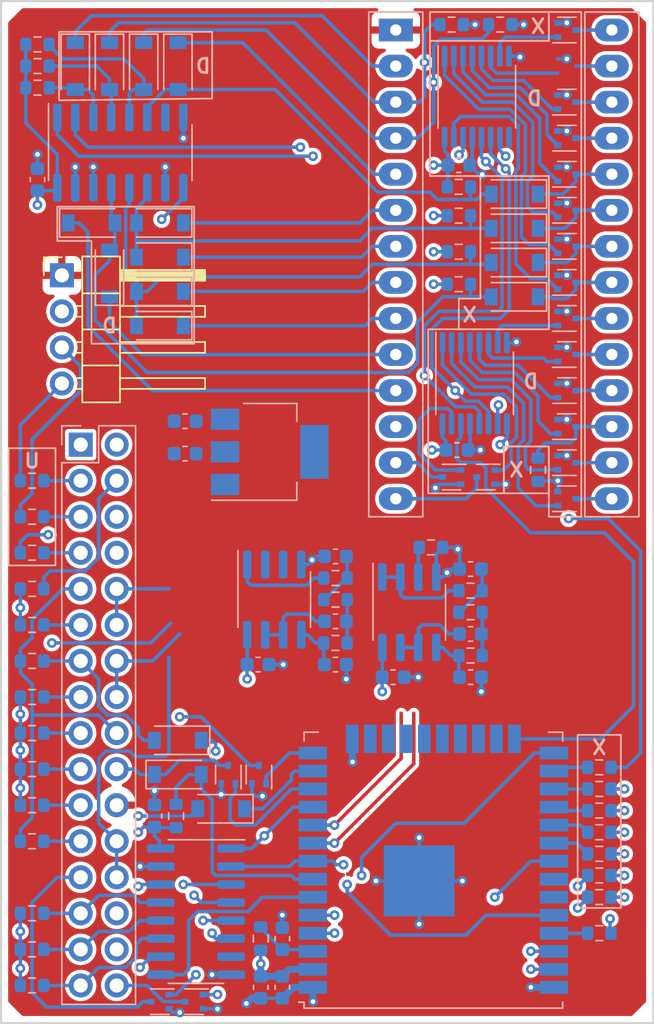
<source format=kicad_pcb>
(kicad_pcb (version 20211014) (generator pcbnew)
  (layers (0 "F.Cu" signal) (1 "In1.Cu" signal) (2 "In2.Cu" signal) (31 "B.Cu" signal) (34 "B.Paste" user) (35 "F.Paste" user) (36 "B.SilkS" user "B.Silkscreen") (37 "F.SilkS" user "F.Silkscreen") (38 "B.Mask" user) (39 "F.Mask" user) (44 "Edge.Cuts" user))
  (net 0 "")
  (net 1 "GND")
  (net 2 "+3V3")
  (net 3 "PTT_OUT")
  (net 4 "MUTE")
  (net 5 "SQL_OUT")
  (net 6 "/SQUELCH")
  (net 7 "LED")
  (net 8 "/LED_GN")
  (net 9 "B01")
  (net 10 "B09")
  (net 11 "B02")
  (net 12 "B10")
  (net 13 "B03")
  (net 14 "B11")
  (net 15 "B04")
  (net 16 "B12")
  (net 17 "B05")
  (net 18 "B13")
  (net 19 "B06")
  (net 20 "B14")
  (net 21 "B07")
  (net 22 "B15")
  (net 23 "B08")
  (net 24 "B16")
  (net 25 "LATCH")
  (net 26 "CLK")
  (net 27 "/B")
  (net 28 "/C")
  (net 29 "/D")
  (net 30 "/HUP")
  (net 31 "/CALL1")
  (net 32 "/CALL2")
  (net 33 "/DEL")
  (net 34 "/A")
  (net 35 "DigX_MA1")
  (net 36 "DigX_MA0")
  (net 37 "SQL_SENSE")
  (net 38 "PTT_SENSE")
  (net 39 "ADC1")
  (net 40 "DAC1")
  (net 41 "MISO")
  (net 42 "BOOT")
  (net 43 "DigX_D0")
  (net 44 "DigX_D1")
  (net 45 "DigX_D2")
  (net 46 "DigX_D3")
  (net 47 "DigX_DIV")
  (net 48 "RXD")
  (net 49 "TXD")
  (net 50 "Net-(D203-Pad2)")
  (net 51 "Net-(D202-Pad2)")
  (net 52 "Net-(D201-Pad2)")
  (net 53 "Net-(D102-Pad1)")
  (net 54 "Net-(R301-Pad1)")
  (net 55 "Net-(C304-Pad1)")
  (net 56 "Net-(C303-Pad2)")
  (net 57 "Net-(R305-Pad1)")
  (net 60 "Net-(C308-Pad1)")
  (net 61 "Net-(C307-Pad2)")
  (net 62 "Net-(D201-Pad1)")
  (net 63 "Net-(D202-Pad1)")
  (net 64 "Net-(D203-Pad1)")
  (net 65 "Net-(D205-Pad1)")
  (net 66 "Net-(D206-Pad1)")
  (net 67 "Net-(D209-Pad1)")
  (net 68 "RXNF")
  (net 69 "VDC")
  (net 70 "+8V")
  (net 71 "Net-(D103-Pad1)")
  (net 72 "ONOFF")
  (net 73 "MIC")
  (net 74 "St2")
  (net 75 "St1")
  (net 77 "Net-(D205-Pad2)")
  (net 78 "Net-(D206-Pad2)")
  (net 80 "Net-(D204-Pad2)")
  (net 81 "Net-(C106-Pad1)")
  (net 82 "Net-(D204-Pad1)")
  (net 92 "TX_FLAT")
  (net 93 "MISO_PLL")
  (net 96 "Net-(U201-Pad9)")
  (net 97 "RX_FLAT")
  (net 98 "MOSI")
  (net 99 "A16")
  (net 100 "A15")
  (net 101 "A14")
  (net 102 "A13")
  (net 103 "A12")
  (net 104 "A11")
  (net 105 "A10")
  (net 106 "A09")
  (net 107 "A08")
  (net 108 "A07")
  (net 109 "A06")
  (net 110 "A05")
  (net 111 "A04")
  (net 112 "A03")
  (net 113 "A02")
  (net 114 "A01")
  (net 116 "Net-(D212-Pad1)")
  (net 117 "Net-(D211-Pad1)")
  (net 118 "Net-(D210-Pad1)")
  (net 119 "Net-(D212-Pad2)")
  (net 120 "TX_NF")
  (net 121 "Net-(R113-Pad1)")
  (net 122 "Net-(J101-Pad3)")
  (net 123 "Net-(J101-Pad5)")
  (net 124 "Net-(J101-Pad7)")
  (net 125 "Net-(C302-Pad1)")
  (net 126 "Net-(C303-Pad1)")
  (net 127 "Net-(C306-Pad1)")
  (net 128 "Net-(C307-Pad1)")
  (net 129 "Net-(D101-Pad1)")
  (net 130 "Net-(J101-Pad32)")
  (footprint "Package_DIP:DIP-28_W15.24mm_LongPads" (layer "F.Cu") (at 116.84 66.04)
    (fp_text reference "J201" hide)
    (fp_text value "S353/CDP18U42P" hide)
  )
  (footprint "Connector_PinHeader_2.54mm:PinHeader_1x04_P2.54mm_Horizontal" (layer "F.Cu") (at 93.288 83.322)
    (fp_text reference "J102" hide)
    (fp_text value "PROG" hide)
  )
  (footprint "Capacitor_SMD:C_0603_1608Metric" (layer "B.Cu") (at 122.1105 111.633)
    (fp_text reference "C304" hide)
    (fp_text value "1n" hide)
  )
  (footprint "Resistor_SMD:R_0603_1608Metric" (layer "B.Cu") (at 112.5855 109.22 180)
    (fp_text reference "R307" hide)
    (fp_text value "4.7k" hide)
  )
  (footprint "Resistor_SMD:R_0603_1608Metric" (layer "B.Cu") (at 131.191 121.031 180)
    (fp_text reference "R212" hide)
    (fp_text value "0" hide)
  )
  (footprint "Package_TO_SOT_SMD:SOT-523" (layer "B.Cu") (at 128.905 78.74)
    (fp_text reference "Q206" hide)
    (fp_text value "DTC143ZE" hide)
  )
  (footprint "Connector_PinSocket_2.54mm:PinSocket_2x16_P2.54mm_Vertical" (layer "B.Cu") (at 94.615 95.25 180)
    (fp_text reference "J101" hide)
    (fp_text value "TGA" hide)
  )
  (footprint "Package_TO_SOT_SMD:SOT-523" (layer "B.Cu") (at 123.19 97.536 180)
    (fp_text reference "Q203" hide)
    (fp_text value "DTC143ZE" hide)
  )
  (footprint "Package_TO_SOT_SMD:SOT-523" (layer "B.Cu") (at 128.905 73.66)
    (fp_text reference "Q210" hide)
    (fp_text value "DTC143ZE" hide)
  )
  (footprint "Package_TO_SOT_SMD:SOT-523" (layer "B.Cu") (at 128.905 86.36)
    (fp_text reference "Q215" hide)
    (fp_text value "DTC143ZE" hide)
  )
  (footprint "Diode_SMD:D_SOD-123" (layer "B.Cu") (at 96.647 83.185 90)
    (fp_text reference "D209" hide)
    (fp_text value "SD103AW" hide)
  )
  (footprint "Resistor_SMD:R_0603_1608Metric" (layer "B.Cu") (at 131.191 125.603 180)
    (fp_text reference "R209" hide)
    (fp_text value "0" hide)
  )
  (footprint "Diode_SMD:D_SOD-123" (layer "B.Cu") (at 94.234 68.58 -90)
    (fp_text reference "D206" hide)
    (fp_text value "SD103AW" hide)
  )
  (footprint "Resistor_SMD:R_0603_1608Metric" (layer "B.Cu") (at 91.186 120.65)
    (fp_text reference "R107" hide)
    (fp_text value "4.7k" hide)
  )
  (footprint "Resistor_SMD:R_0603_1608Metric" (layer "B.Cu") (at 91.186 113.03)
    (fp_text reference "R104" hide)
    (fp_text value "4.7k" hide)
  )
  (footprint "Resistor_SMD:R_0603_1608Metric" (layer "B.Cu") (at 91.186 115.57)
    (fp_text reference "R105" hide)
    (fp_text value "4.7k" hide)
  )
  (footprint "Resistor_SMD:R_0603_1608Metric" (layer "B.Cu") (at 131.191 129.667)
    (fp_text reference "R113" hide)
    (fp_text value "1k" hide)
  )
  (footprint "Resistor_SMD:R_0603_1608Metric" (layer "B.Cu") (at 121.285 81.661)
    (fp_text reference "R202" hide)
    (fp_text value "10k" hide)
  )
  (footprint "Resistor_SMD:R_0603_1608Metric" (layer "B.Cu") (at 112.5855 104.648)
    (fp_text reference "R305" hide)
    (fp_text value "5.1k" hide)
  )
  (footprint "Resistor_SMD:R_0603_1608Metric" (layer "B.Cu") (at 126.873 97.028 -90)
    (fp_text reference "R217" hide)
    (fp_text value "0" hide)
  )
  (footprint "Package_TO_SOT_SMD:SOT-523" (layer "B.Cu") (at 128.905 81.28)
    (fp_text reference "Q204" hide)
    (fp_text value "DTC143ZE" hide)
  )
  (footprint "Capacitor_SMD:C_0603_1608Metric" (layer "B.Cu") (at 112.5855 103.124 180)
    (fp_text reference "C306" hide)
    (fp_text value "10n" hide)
  )
  (footprint "Diode_SMD:D_SOD-123" (layer "B.Cu") (at 96.647 68.58 -90)
    (fp_text reference "D205" hide)
    (fp_text value "SD103AW" hide)
  )
  (footprint "Diode_SMD:D_SOD-123" (layer "B.Cu") (at 101.473 68.58 -90)
    (fp_text reference "D204" hide)
    (fp_text value "SD103AW" hide)
  )
  (footprint "Resistor_SMD:R_0603_1608Metric" (layer "B.Cu") (at 131.191 124.079 180)
    (fp_text reference "R214" hide)
    (fp_text value "0" hide)
  )
  (footprint "Capacitor_SMD:C_0603_1608Metric" (layer "B.Cu") (at 122.1105 104.013 180)
    (fp_text reference "C302" hide)
    (fp_text value "10n" hide)
  )
  (footprint "Package_TO_SOT_SMD:SOT-223-3_TabPin2" (layer "B.Cu") (at 107.95 95.758)
    (fp_text reference "U102" hide)
    (fp_text value "AMS1117-3.3" hide)
  )
  (footprint "Resistor_SMD:R_0603_1608Metric" (layer "B.Cu") (at 91.186 130.81)
    (fp_text reference "R109" hide)
    (fp_text value "4.7k" hide)
  )
  (footprint "Package_TO_SOT_SMD:SOT-523" (layer "B.Cu") (at 128.905 76.2)
    (fp_text reference "Q208" hide)
    (fp_text value "DTC143ZE" hide)
  )
  (footprint "Package_TO_SOT_SMD:SOT-523" (layer "B.Cu") (at 102.616 134.493 180)
    (fp_text reference "Q102" hide)
    (fp_text value "DTC143ZE" hide)
  )
  (footprint "Capacitor_SMD:C_0603_1608Metric" (layer "B.Cu") (at 99.822 121.412 -90)
    (fp_text reference "C101" hide)
    (fp_text value "100n" hide)
  )
  (footprint "Capacitor_SMD:C_0603_1608Metric" (layer "B.Cu") (at 116.6495 111.633)
    (fp_text reference "C301" hide)
    (fp_text value "100n" hide)
  )
  (footprint "Package_TO_SOT_SMD:SOT-523" (layer "B.Cu") (at 107.188 118.491 90)
    (fp_text reference "Q103" hide)
    (fp_text value "DTC143ZE" hide)
  )
  (footprint "Capacitor_SMD:C_0603_1608Metric" (layer "B.Cu") (at 121.285 75.565 180)
    (fp_text reference "C203" hide)
    (fp_text value "100n" hide)
  )
  (footprint "Resistor_SMD:R_0603_1608Metric" (layer "B.Cu") (at 107.315 130.048 90)
    (fp_text reference "R114" hide)
    (fp_text value "4.7k" hide)
  )
  (footprint "Resistor_SMD:R_0603_1608Metric" (layer "B.Cu") (at 91.186 128.27)
    (fp_text reference "R108" hide)
    (fp_text value "4.7k" hide)
  )
  (footprint "Diode_SMD:D_SOD-123" (layer "B.Cu") (at 125.222 84.836 180)
    (fp_text reference "D214" hide)
    (fp_text value "SD103AW" hide)
  )
  (footprint "Capacitor_SMD:C_0603_1608Metric" (layer "B.Cu") (at 122.1105 108.585 180)
    (fp_text reference "C303" hide)
    (fp_text value "39n" hide)
  )
  (footprint "Resistor_SMD:R_0603_1608Metric" (layer "B.Cu") (at 91.186 97.79 180)
    (fp_text reference "R117" hide)
    (fp_text value "0" hide)
  )
  (footprint "Diode_SMD:D_SOD-123" (layer "B.Cu") (at 100.203 86.868 180)
    (fp_text reference "D202" hide)
    (fp_text value "SD103AW" hide)
  )
  (footprint "Resistor_SMD:R_0603_1608Metric" (layer "B.Cu") (at 131.191 122.555 180)
    (fp_text reference "R213" hide)
    (fp_text value "0" hide)
  )
  (footprint "Package_SO:SOIC-16_3.9x9.9mm_P1.27mm" (layer "B.Cu") (at 97.409 74.676 -90)
    (fp_text reference "U202" hide)
    (fp_text value "74HC165D" hide)
  )
  (footprint "Capacitor_SMD:C_0603_1608Metric" (layer "B.Cu") (at 107.1245 110.744)
    (fp_text reference "C305" hide)
    (fp_text value "100n" hide)
  )
  (footprint "Capacitor_SMD:C_0603_1608Metric" (layer "B.Cu") (at 112.5855 107.696 180)
    (fp_text reference "C307" hide)
    (fp_text value "39n" hide)
  )
  (footprint "Diode_SMD:D_SOD-123" (layer "B.Cu") (at 125.222 77.597 180)
    (fp_text reference "D207" hide)
    (fp_text value "SD103AW" hide)
  )
  (footprint "Package_TO_SOT_SMD:SOT-523" (layer "B.Cu") (at 120.777 97.536 180)
    (fp_text reference "Q201" hide)
    (fp_text value "DTC143ZE" hide)
  )
  (footprint "Capacitor_SMD:C_0603_1608Metric" (layer "B.Cu") (at 91.567 76.581 -90)
    (fp_text reference "C201" hide)
    (fp_text value "100n" hide)
  )
  (footprint "Resistor_SMD:R_0603_1608Metric" (layer "B.Cu") (at 121.285 79.121)
    (fp_text reference "R203" hide)
    (fp_text value "10k" hide)
  )
  (footprint "Package_TO_SOT_SMD:SOT-523" (layer "B.Cu") (at 128.905 93.98)
    (fp_text reference "Q209" hide)
    (fp_text value "DTC143ZE" hide)
  )
  (footprint "Resistor_SMD:R_0603_1608Metric" (layer "B.Cu") (at 120.777 65.659)
    (fp_text reference "R215" hide)
    (fp_text value "82k" hide)
  )
  (footprint "Diode_SMD:D_SOD-123" (layer "B.Cu") (at 100.203 82.042 180)
    (fp_text reference "D203" hide)
    (fp_text value "SD103AW" hide)
  )
  (footprint "Resistor_SMD:R_0603_1608Metric" (layer "B.Cu") (at 131.191 127.127 180)
    (fp_text reference "R208" hide)
    (fp_text value "0" hide)
  )
  (footprint "Capacitor_SMD:C_0603_1608Metric" (layer "B.Cu") (at 108.839 130.048 90)
    (fp_text reference "C106" hide)
    (fp_text value "100n" hide)
  )
  (footprint "Capacitor_SMD:C_0603_1608Metric" (layer "B.Cu") (at 121.158 95.631 180)
    (fp_text reference "C202" hide)
    (fp_text value "100n" hide)
  )
  (footprint "Capacitor_SMD:C_0603_1608Metric" (layer "B.Cu") (at 107.315 133.477 -90)
    (fp_text reference "C102" hide)
    (fp_text value "10u" hide)
  )
  (footprint "Resistor_SMD:R_0603_1608Metric" (layer "B.Cu") (at 91.186 102.87 180)
    (fp_text reference "R115" hide)
    (fp_text value "0" hide)
  )
  (footprint "Resistor_SMD:R_0603_1608Metric" (layer "B.Cu") (at 119.3165 102.489 180)
    (fp_text reference "R304" hide)
    (fp_text value "10k" hide)
  )
  (footprint "Resistor_SMD:R_0603_1608Metric" (layer "B.Cu") (at 91.567 70.104)
    (fp_text reference "R206" hide)
    (fp_text value "10k" hide)
  )
  (footprint "Package_TO_SOT_SMD:SOT-523" (layer "B.Cu") (at 128.905 71.12)
    (fp_text reference "Q212" hide)
    (fp_text value "DTC143ZE" hide)
  )
  (footprint "Resistor_SMD:R_0603_1608Metric" (layer "B.Cu") (at 124.206 65.659)
    (fp_text reference "R216" hide)
    (fp_text value "82k" hide)
  )
  (footprint "Capacitor_SMD:C_0603_1608Metric" (layer "B.Cu") (at 101.981 95.885 180)
    (fp_text reference "C105" hide)
    (fp_text value "100n" hide)
  )
  (footprint "Resistor_SMD:R_0603_1608Metric" (layer "B.Cu") (at 91.186 100.33 180)
    (fp_text reference "R116" hide)
    (fp_text value "0" hide)
  )
  (footprint "Package_SO:SOIC-8_3.9x4.9mm_P1.27mm" (layer "B.Cu") (at 108.2675 106.172 -90)
    (fp_text reference "U302" hide)
    (fp_text value "RS8752XK" hide)
  )
  (footprint "RF_Module:ESP32-WROOM-32U" (layer "B.Cu") (at 119.491 125.229)
    (fp_text reference "U103" hide)
    (fp_text value "ESP32-WROOM-32U" hide)
  )
  (footprint "Resistor_SMD:R_0603_1608Metric" (layer "B.Cu") (at 91.567 67.056)
    (fp_text reference "R204" hide)
    (fp_text value "10k" hide)
  )
  (footprint "Package_TO_SOT_SMD:SOT-523" (layer "B.Cu") (at 128.905 83.82)
    (fp_text reference "Q202" hide)
    (fp_text value "DTC143ZE" hide)
  )
  (footprint "Diode_SMD:D_SOD-123" (layer "B.Cu") (at 100.203 79.629 180)
    (fp_text reference "D211" hide)
    (fp_text value "SD103AW" hide)
  )
  (footprint "Package_TO_SOT_SMD:SOT-523" (layer "B.Cu") (at 100.203 134.493 180)
    (fp_text reference "Q104" hide)
    (fp_text value "DTC143ZE" hide)
  )
  (footprint "Diode_SMD:D_SOD-123" (layer "B.Cu") (at 101.473 118.491)
    (fp_text reference "D101" hide)
    (fp_text value "SD103AW" hide)
  )
  (footprint "Resistor_SMD:R_0603_1608Metric" (layer "B.Cu") (at 91.186 118.11)
    (fp_text reference "R106" hide)
    (fp_text value "4.7k" hide)
  )
  (footprint "Diode_SMD:D_SOD-123" (layer "B.Cu") (at 95.377 79.629)
    (fp_text reference "D201" hide)
    (fp_text value "SD103AW" hide)
  )
  (footprint "Resistor_SMD:R_0603_1608Metric" (layer "B.Cu") (at 122.1105 110.109 180)
    (fp_text reference "R303" hide)
    (fp_text value "4.7k" hide)
  )
  (footprint "Resistor_SMD:R_0603_1608Metric" (layer "B.Cu") (at 91.186 133.35)
    (fp_text reference "R110" hide)
    (fp_text value "4.7k" hide)
  )
  (footprint "Resistor_SMD:R_0603_1608Metric" (layer "B.Cu") (at 131.191 119.507 180)
    (fp_text reference "R211" hide)
    (fp_text value "0" hide)
  )
  (footprint "Diode_SMD:D_SOD-123" (layer "B.Cu") (at 125.222 82.423 180)
    (fp_text reference "D208" hide)
    (fp_text value "SD103AW" hide)
  )
  (footprint "Resistor_SMD:R_0603_1608Metric" (layer "B.Cu") (at 91.567 68.58)
    (fp_text reference "R205" hide)
    (fp_text value "10k" hide)
  )
  (footprint "Package_TO_SOT_SMD:SOT-523" (layer "B.Cu") (at 128.905 88.9)
    (fp_text reference "Q213" hide)
    (fp_text value "DTC143ZE" hide)
  )
  (footprint "Resistor_SMD:R_0603_1608Metric" (layer "B.Cu") (at 101.346 121.412 90)
    (fp_text reference "R111" hide)
    (fp_text value "4.7k" hide)
  )
  (footprint "Package_TO_SOT_SMD:SOT-523" (layer "B.Cu") (at 128.905 66.04)
    (fp_text reference "Q216" hide)
    (fp_text value "DTC143ZE" hide)
  )
  (footprint "Package_TO_SOT_SMD:SOT-523" (layer "B.Cu") (at 105.029 118.491 90)
    (fp_text reference "Q101" hide)
    (fp_text value "DTC143ZE" hide)
  )
  (footprint "Capacitor_SMD:C_0603_1608Metric" (layer "B.Cu") (at 101.981 93.599 180)
    (fp_text reference "C104" hide)
    (fp_text value "100n" hide)
  )
  (footprint "Resistor_SMD:R_0603_1608Metric" (layer "B.Cu") (at 112.5855 106.172)
    (fp_text reference "R306" hide)
    (fp_text value "4.7k" hide)
  )
  (footprint "Resistor_SMD:R_0603_1608Metric" (layer "B.Cu") (at 91.186 110.49)
    (fp_text reference "R102" hide)
    (fp_text value "4.7k" hide)
  )
  (footprint "Capacitor_SMD:C_0603_1608Metric" (layer "B.Cu") (at 108.839 133.477 -90)
    (fp_text reference "C103" hide)
    (fp_text value "100n" hide)
  )
  (footprint "Diode_SMD:D_SOD-123" (layer "B.Cu") (at 100.203 84.455 180)
    (fp_text reference "D210" hide)
    (fp_text value "SD103AW" hide)
  )
  (footprint "Package_SO:SOIC-8_3.9x4.9mm_P1.27mm" (layer "B.Cu") (at 117.7925 107.061 -90)
    (fp_text reference "U301" hide)
    (fp_text value "RS8752XK" hide)
  )
  (footprint "Capacitor_SMD:C_0603_1608Metric" (layer "B.Cu") (at 112.5855 110.744)
    (fp_text reference "C308" hide)
    (fp_text value "1n" hide)
  )
  (footprint "Package_SO:TSSOP-16_4.4x5mm_P0.65mm" (layer "B.Cu") (at 122.555 70.739 -90)
    (fp_text reference "U203" hide)
    (fp_text value "74HC595PW" hide)
  )
  (footprint "Resistor_SMD:R_0603_1608Metric" (layer "B.Cu") (at 91.186 123.19)
    (fp_text reference "R101" hide)
    (fp_text value "4.7k" hide)
  )
  (footprint "Resistor_SMD:R_0603_1608Metric" (layer "B.Cu") (at 131.191 117.983 180)
    (fp_text reference "R210" hide)
    (fp_text value "0" hide)
  )
  (footprint "Diode_SMD:D_SOD-123" (layer "B.Cu") (at 99.06 68.58 -90)
    (fp_text reference "D212" hide)
    (fp_text value "SD103AW" hide)
  )
  (footprint "Package_SO:SOIC-16_3.9x9.9mm_P1.27mm" (layer "B.Cu") (at 102.743 128.143 180)
    (fp_text reference "U101" hide)
    (fp_text value "74HC165D" hide)
  )
  (footprint "Diode_SMD:D_SOD-123" (layer "B.Cu") (at 104.521 120.904 180)
    (fp_text reference "D102" hide)
    (fp_text value "SD103AW" hide)
  )
  (footprint "Package_TO_SOT_SMD:SOT-523" (layer "B.Cu") (at 128.905 91.44)
    (fp_text reference "Q211" hide)
    (fp_text value "DTC143ZE" hide)
  )
  (footprint "Resistor_SMD:R_0603_1608Metric" (layer "B.Cu") (at 122.1105 105.537)
    (fp_text reference "R301" hide)
    (fp_text value "5.1k" hide)
  )
  (footprint "Diode_SMD:D_SOD-123" (layer "B.Cu") (at 101.473 116.078 180)
    (fp_text reference "D103" hide)
    (fp_text value "SD103AW" hide)
  )
  (footprint "Package_SO:TSSOP-16_4.4x5mm_P0.65mm" (layer "B.Cu") (at 122.402 90.932 -90)
    (fp_text reference "U201" hide)
    (fp_text value "74HC595PW" hide)
  )
  (footprint "Resistor_SMD:R_0603_1608Metric" (layer "B.Cu") (at 122.1105 107.061)
    (fp_text reference "R302" hide)
    (fp_text value "4.7k" hide)
  )
  (footprint "Package_TO_SOT_SMD:SOT-523" (layer "B.Cu") (at 128.905 99.06)
    (fp_text reference "Q205" hide)
    (fp_text value "DTC143ZE" hide)
  )
  (footprint "Resistor_SMD:R_0603_1608Metric" (layer "B.Cu") (at 121.285 77.089)
    (fp_text reference "R207" hide)
    (fp_text value "10k" hide)
  )
  (footprint "Resistor_SMD:R_0603_1608Metric" (layer "B.Cu") (at 91.186 107.95)
    (fp_text reference "R103" hide)
    (fp_text value "4.7k" hide)
  )
  (footprint "Diode_SMD:D_SOD-123" (layer "B.Cu") (at 125.222 80.01 180)
    (fp_text reference "D213" hide)
    (fp_text value "SD103AW" hide)
  )
  (footprint "Resistor_SMD:R_0603_1608Metric" (layer "B.Cu") (at 91.186 105.41)
    (fp_text reference "R112" hide)
    (fp_text value "4.7k" hide)
  )
  (footprint "Resistor_SMD:R_0603_1608Metric" (layer "B.Cu") (at 121.285 83.947)
    (fp_text reference "R201" hide)
    (fp_text value "10k" hide)
  )
  (footprint "Package_TO_SOT_SMD:SOT-523" (layer "B.Cu") (at 128.905 96.52)
    (fp_text reference "Q207" hide)
    (fp_text value "DTC143ZE" hide)
  )
  (gr_poly (pts (xy 102.616 88.138) (xy 95.377 88.138) (xy 95.377 80.899) (xy 92.964 80.899) (xy 92.964 78.486) (xy 102.616 78.486)) (layer "B.SilkS") (width 0.127) (fill none))
  (gr_poly (pts (xy 92.837 103.759) (xy 89.535 103.759) (xy 89.535 95.504) (xy 92.837 95.504)) (layer "B.SilkS") (width 0.127) (fill none))
  (gr_poly (pts (xy 132.715 127.889) (xy 129.667 127.889) (xy 129.667 115.697) (xy 132.715 115.697)) (layer "B.SilkS") (width 0.127) (fill none))
  (gr_poly (pts (xy 103.886 70.866) (xy 93.091 70.993) (xy 93.091 66.167) (xy 103.886 66.167)) (layer "B.SilkS") (width 0.127) (fill none))
  (gr_poly (pts (xy 129.921 100.33) (xy 127.635 100.33) (xy 127.635 95.377) (xy 124.46 95.377) (xy 124.46 98.679) (xy 119.126 98.679) (xy 119.126 87.122) (xy 127.635 87.122) (xy 127.635 76.327) (xy 119.253 76.327) (xy 119.253 66.802) (xy 127.635 66.802) (xy 127.635 64.77) (xy 129.921 64.77)) (layer "B.SilkS") (width 0.127) (fill none))
  (gr_poly (pts (xy 127.635 66.802) (xy 119.253 66.802) (xy 119.253 64.77) (xy 127.635 64.77)) (layer "B.SilkS") (width 0.127) (fill none))
  (gr_poly (pts (xy 127.635 87.122) (xy 122.669203 87.122) (xy 122.809 87.122) (xy 121.285 87.122) (xy 121.285 84.963) (xy 122.809 84.963) (xy 122.809 76.327) (xy 127.635 76.327)) (layer "B.SilkS") (width 0.127) (fill none))
  (gr_poly (pts (xy 127.635 98.679) (xy 124.46 98.679) (xy 124.46 95.377) (xy 127.635 95.377)) (layer "B.SilkS") (width 0.127) (fill none))
  (gr_line (start 135 135) (end 135 136) (layer "Edge.Cuts") (width 0.15))
  (gr_line (start 92 64) (end 134 64) (layer "Edge.Cuts") (width 0.15))
  (gr_line (start 135 104) (end 135 125) (layer "Edge.Cuts") (width 0.15))
  (gr_line (start 135 136) (end 92 136) (layer "Edge.Cuts") (width 0.15))
  (gr_line (start 135 125) (end 135 135) (layer "Edge.Cuts") (width 0.15))
  (gr_line (start 135 64) (end 135 104) (layer "Edge.Cuts") (width 0.15))
  (gr_line (start 92 64) (end 89 64) (layer "Edge.Cuts") (width 0.15))
  (gr_line (start 134 64) (end 135 64) (layer "Edge.Cuts") (width 0.15))
  (gr_line (start 89 64) (end 89 136) (layer "Edge.Cuts") (width 0.15))
  (gr_line (start 89 136) (end 92 136) (layer "Edge.Cuts") (width 0.15))
  (gr_text "D" (at 96.647 86.868) (layer "B.SilkS") (effects (font (size 1 1) (thickness 0.2)) (justify mirror)))
  (gr_text "D" (at 126.365 90.805) (layer "B.SilkS") (effects (font (size 1 1) (thickness 0.2)) (justify mirror)))
  (gr_text "X" (at 125.349 97.028) (layer "B.SilkS") (effects (font (size 1 1) (thickness 0.2)) (justify mirror)))
  (gr_text "D" (at 126.619 70.866) (layer "B.SilkS") (effects (font (size 1 1) (thickness 0.2)) (justify mirror)))
  (gr_text "X" (at 126.873 65.786) (layer "B.SilkS") (effects (font (size 1 1) (thickness 0.2)) (justify mirror)))
  (gr_text "X" (at 122.047 86.106) (layer "B.SilkS") (effects (font (size 1 1) (thickness 0.2)) (justify mirror)))
  (gr_text "U" (at 91.186 96.393) (layer "B.SilkS") (effects (font (size 1 1) (thickness 0.2)) (justify mirror)))
  (gr_text "D" (at 103.251 68.58) (layer "B.SilkS") (effects (font (size 1 1) (thickness 0.2)) (justify mirror)))
  (gr_text "X" (at 131.191 116.586) (layer "B.SilkS") (effects (font (size 1 1) (thickness 0.2)) (justify mirror)))
  (via (at 113.3475 111.76) (size 0.6858) (drill 0.3302) (layers "F.Cu" "B.Cu") (net 1))
  (via (at 107.442 120.015) (size 0.6858) (drill 0.3302) (layers "F.Cu" "B.Cu") (net 1))
  (via (at 128.905 83.312) (size 0.6858) (drill 0.3302) (layers "F.Cu" "B.Cu") (net 1))
  (via (at 125.603 67.945) (size 0.6858) (drill 0.3302) (layers "F.Cu" "B.Cu") (net 1))
  (via (at 128.905 65.532) (size 0.6858) (drill 0.3302) (layers "F.Cu" "B.Cu") (net 1))
  (via (at 121.2215 102.616) (size 0.6858) (drill 0.3302) (layers "F.Cu" "B.Cu") (net 1))
  (via (at 100.584 75.692) (size 0.6858) (drill 0.3302) (layers "F.Cu" "B.Cu") (net 1))
  (via (at 119.634 98.298) (size 0.6858) (drill 0.3302) (layers "F.Cu" "B.Cu") (net 1))
  (via (at 113.792 117.602) (size 0.6858) (drill 0.3302) (layers "F.Cu" "B.Cu") (net 1))
  (via (at 125.857 65.659) (size 0.6858) (drill 0.3302) (layers "F.Cu" "B.Cu") (net 1))
  (via (at 121.539 125.984) (size 0.6858) (drill 0.3302) (layers "F.Cu" "B.Cu") (net 1))
  (via (at 128.905 73.152) (size 0.6858) (drill 0.3302) (layers "F.Cu" "B.Cu") (net 1))
  (via (at 124.587 98.044) (size 0.6858) (drill 0.3302) (layers "F.Cu" "B.Cu") (net 1))
  (via (at 118.491 129.032) (size 0.6858) (drill 0.3302) (layers "F.Cu" "B.Cu") (net 1))
  (via (at 120.4595 104.267) (size 0.6858) (drill 0.3302) (layers "F.Cu" "B.Cu") (net 1))
  (via (at 128.905 88.392) (size 0.6858) (drill 0.3302) (layers "F.Cu" "B.Cu") (net 1))
  (via (at 108.839 128.397) (size 0.6858) (drill 0.3302) (layers "F.Cu" "B.Cu") (net 1))
  (via (at 99.822 119.634) (size 0.6858) (drill 0.3302) (layers "F.Cu" "B.Cu") (net 1))
  (via (at 106.299 134.62) (size 0.6858) (drill 0.3302) (layers "F.Cu" "B.Cu") (net 1))
  (via (at 128.905 78.232) (size 0.6858) (drill 0.3302) (layers "F.Cu" "B.Cu") (net 1))
  (via (at 126.365 133.477) (size 0.6858) (drill 0.3302) (layers "F.Cu" "B.Cu") (net 1))
  (via (at 128.27 97.79) (size 0.6858) (drill 0.3302) (layers "F.Cu" "B.Cu") (net 1))
  (via (at 128.905 70.612) (size 0.6858) (drill 0.3302) (layers "F.Cu" "B.Cu") (net 1))
  (via (at 101.6 135.255) (size 0.6858) (drill 0.3302) (layers "F.Cu" "B.Cu") (net 1))
  (via (at 125.349 88.011) (size 0.6858) (drill 0.3302) (layers "F.Cu" "B.Cu") (net 1))
  (via (at 104.267 135.001) (size 0.6858) (drill 0.3302) (layers "F.Cu" "B.Cu") (net 1))
  (via (at 128.905 80.772) (size 0.6858) (drill 0.3302) (layers "F.Cu" "B.Cu") (net 1))
  (via (at 98.806 124.968) (size 0.6858) (drill 0.3302) (layers "F.Cu" "B.Cu") (net 1))
  (via (at 94.234 75.692) (size 0.6858) (drill 0.3302) (layers "F.Cu" "B.Cu") (net 1))
  (via (at 95.504 75.692) (size 0.6858) (drill 0.3302) (layers "F.Cu" "B.Cu") (net 1))
  (via (at 128.905 68.072) (size 0.6858) (drill 0.3302) (layers "F.Cu" "B.Cu") (net 1))
  (via (at 108.9025 110.744) (size 0.6858) (drill 0.3302) (layers "F.Cu" "B.Cu") (net 1))
  (via (at 115.443 125.984) (size 0.6858) (drill 0.3302) (layers "F.Cu" "B.Cu") (net 1))
  (via (at 118.4275 111.633) (size 0.6858) (drill 0.3302) (layers "F.Cu" "B.Cu") (net 1))
  (via (at 128.905 96.012) (size 0.6858) (drill 0.3302) (layers "F.Cu" "B.Cu") (net 1))
  (via (at 110.9345 103.378) (size 0.6858) (drill 0.3302) (layers "F.Cu" "B.Cu") (net 1))
  (via (at 128.905 90.932) (size 0.6858) (drill 0.3302) (layers "F.Cu" "B.Cu") (net 1))
  (via (at 104.521 119.888) (size 0.6858) (drill 0.3302) (layers "F.Cu" "B.Cu") (net 1))
  (via (at 110.998 134.493) (size 0.6858) (drill 0.3302) (layers "F.Cu" "B.Cu") (net 1))
  (via (at 128.905 75.692) (size 0.6858) (drill 0.3302) (layers "F.Cu" "B.Cu") (net 1))
  (via (at 128.905 85.852) (size 0.6858) (drill 0.3302) (layers "F.Cu" "B.Cu") (net 1))
  (via (at 122.809 95.631) (size 0.6858) (drill 0.3302) (layers "F.Cu" "B.Cu") (net 1))
  (via (at 91.567 74.803) (size 0.6858) (drill 0.3302) (layers "F.Cu" "B.Cu") (net 1))
  (via (at 122.936 76.2152) (size 0.6858) (drill 0.3302) (layers "F.Cu" "B.Cu") (net 1))
  (via (at 122.8725 112.649) (size 0.6858) (drill 0.3302) (layers "F.Cu" "B.Cu") (net 1))
  (via (at 128.905 93.472) (size 0.6858) (drill 0.3302) (layers "F.Cu" "B.Cu") (net 1))
  (via (at 103.886 132.588) (size 0.6858) (drill 0.3302) (layers "F.Cu" "B.Cu") (net 1))
  (via (at 122.428 65.659) (size 0.6858) (drill 0.3302) (layers "F.Cu" "B.Cu") (net 1))
  (via (at 118.491 122.936) (size 0.6858) (drill 0.3302) (layers "F.Cu" "B.Cu") (net 1))
  (via (at 101.854 73.66) (size 0.6858) (drill 0.3302) (layers "F.Cu" "B.Cu") (net 1))
  (segment (start 128.905 65.532) (end 128.268 65.532) (width 0.25) (layer "B.Cu") (net 1))
  (segment (start 104.267 135.001) (end 104.259 134.993) (width 0.25) (layer "B.Cu") (net 1))
  (segment (start 128.268 70.612) (end 128.26 70.62) (width 0.25) (layer "B.Cu") (net 1))
  (segment (start 125.5345 67.8765) (end 125.603 67.945) (width 0.25) (layer "B.Cu") (net 1))
  (segment (start 128.268 68.072) (end 128.26 68.08) (width 0.25) (layer "B.Cu") (net 1))
  (segment (start 128.905 75.692) (end 128.268 75.692) (width 0.25) (layer "B.Cu") (net 1))
  (segment (start 118.491 125.984) (end 118.491 129.032) (width 0.25) (layer "B.Cu") (net 1))
  (segment (start 128.897 85.86) (end 128.26 85.86) (width 0.25) (layer "B.Cu") (net 1))
  (segment (start 123.843 98.044) (end 123.835 98.036) (width 0.25) (layer "B.Cu") (net 1))
  (segment (start 128.268 88.392) (end 128.26 88.4) (width 0.25) (layer "B.Cu") (net 1))
  (segment (start 124.83 67.8765) (end 125.5345 67.8765) (width 0.25) (layer "B.Cu") (net 1))
  (segment (start 120.1405 104.586) (end 120.4595 104.267) (width 0.25) (layer "B.Cu") (net 1))
  (segment (start 128.268 65.532) (end 128.26 65.54) (width 0.25) (layer "B.Cu") (net 1))
  (segment (start 122.8855 112.636) (end 122.8725 112.649) (width 0.25) (layer "B.Cu") (net 1))
  (segment (start 121.0945 102.489) (end 120.1415 102.489) (width 0.25) (layer "B.Cu") (net 1))
  (segment (start 128.905 78.232) (end 128.897 78.24) (width 0.25) (layer "B.Cu") (net 1))
  (segment (start 128.905 73.152) (end 128.268 73.152) (width 0.25) (layer "B.Cu") (net 1))
  (segment (start 119.6975 102.933) (end 120.1415 102.489) (width 0.25) (layer "B.Cu") (net 1))
  (segment (start 104.521 119.888) (end 104.529 119.88) (width 0.25) (layer "B.Cu") (net 1))
  (segment (start 122.7102 76.2152) (end 122.936 76.2152) (width 0.25) (layer "B.Cu") (net 1))
  (segment (start 122.06 75.565) (end 122.7102 76.2152) (width 0.25) (layer "B.Cu") (net 1))
  (segment (start 128.905 96.012) (end 128.897 96.02) (width 0.25) (layer "B.Cu") (net 1))
  (segment (start 113.776 117.586) (end 113.792 117.602) (width 0.5) (layer "B.Cu") (net 1))
  (segment (start 108.839 134.252) (end 108.839 134.239) (width 0.25) (layer "B.Cu") (net 1))
  (segment (start 121.933 95.631) (end 122.809 95.631) (width 0.25) (layer "B.Cu") (net 1))
  (segment (start 101.11 135.255) (end 100.848 134.993) (width 0.25) (layer "B.Cu") (net 1))
  (segment (start 91.567 75.806) (end 91.567 74.803) (width 0.25) (layer "B.Cu") (net 1))
  (segment (start 117.4245 111.633) (end 118.4275 111.633) (width 0.25) (layer "B.Cu") (net 1))
  (segment (start 101.6 135.255) (end 101.11 135.255) (width 0.25) (layer "B.Cu") (net 1))
  (segment (start 122.8855 111.633) (end 122.8855 112.636) (width 0.25) (layer "B.Cu") (net 1))
  (segment (start 121.3485 102.743) (end 121.3485 104) (width 0.25) (layer "B.Cu") (net 1))
  (segment (start 125.349 88.011) (end 125.2905 88.0695) (width 0.25) (layer "B.Cu") (net 1))
  (segment (start 128.268 75.692) (end 128.26 75.7) (width 0.25) (layer "B.Cu") (net 1))
  (segment (start 128.268 90.932) (end 128.26 90.94) (width 0.25) (layer "B.Cu") (net 1))
  (segment (start 128.26 97.8) (end 128.27 97.79) (width 0.25) (layer "B.Cu") (net 1))
  (segment (start 122.06 75.438) (end 122.174 75.438) (width 0.25) (layer "B.Cu") (net 1))
  (segment (start 104.259 134.993) (end 103.261 134.993) (width 0.25) (layer "B.Cu") (net 1))
  (segment (start 128.26 98.56) (end 128.26 97.8) (width 0.25) (layer "B.Cu") (net 1))
  (segment (start 100.584 77.251) (end 100.584 75.692) (width 0.25) (layer "B.Cu") (net 1))
  (segment (start 125.2905 88.0695) (end 124.677 88.0695) (width 0.25) (layer "B.Cu") (net 1))
  (segment (start 110.1725 103.697) (end 110.6155 103.697) (width 0.25) (layer "B.Cu") (net 1))
  (segment (start 110.991 133.484) (end 110.991 134.486) (width 0.5) (layer "B.Cu") (net 1))
  (segment (start 128.905 83.312) (end 128.897 83.32) (width 0.25) (layer "B.Cu") (net 1))
  (segment (start 113.3605 111.747) (end 113.3475 111.76) (width 0.25) (layer "B.Cu") (net 1))
  (segment (start 126.936 97.79) (end 126.873 97.853) (width 0.25) (layer "B.Cu") (net 1))
  (segment (start 109.607 133.484) (end 108.839 134.252) (width 0.5) (layer "B.Cu") (net 1))
  (segment (start 122.23 75.395) (end 122.06 75.565) (width 0.25) (layer "B.Cu") (net 1))
  (segment (start 104.529 119.88) (end 104.529 119.136) (width 0.25) (layer "B.Cu") (net 1))
  (segment (start 105.318 132.588) (end 103.886 132.588) (width 0.25) (layer "B.Cu") (net 1))
  (segment (start 107.315 134.252) (end 106.667 134.252) (width 0.5) (layer "B.Cu") (net 1))
  (segment (start 128.268 93.472) (end 128.26 93.48) (width 0.25) (layer "B.Cu") (net 1))
  (segment (start 119.896 98.036) (end 121.422 98.036) (width 0.25) (layer "B.Cu") (net 1))
  (segment (start 121.3485 104) (end 121.3355 104.013) (width 0.25) (layer "B.Cu") (net 1))
  (segment (start 121.602 65.659) (end 122.428 65.659) (width 0.25) (layer "B.Cu") (net 1))
  (segment (start 124.587 98.044) (end 123.843 98.044) (width 0.25) (layer "B.Cu") (net 1))
  (segment (start 128.897 78.24) (end 128.26 78.24) (width 0.25) (layer "B.Cu") (net 1))
  (segment (start 128.905 88.392) (end 128.268 88.392) (width 0.25) (layer "B.Cu") (net 1))
  (segment (start 121.2215 102.616) (end 121.3485 102.743) (width 0.25) (layer "B.Cu") (net 1))
  (segment (start 128.27 97.79) (end 126.936 97.79) (width 0.25) (layer "B.Cu") (net 1))
  (segment (start 106.667 134.252) (end 106.299 134.62) (width 0.5) (layer "B.Cu") (net 1))
  (segment (start 128.268 73.152) (end 128.26 73.16) (width 0.25) (layer "B.Cu") (net 1))
  (segment (start 127.991 133.484) (end 126.372 133.484) (width 0.5) (layer "B.Cu") (net 1))
  (segment (start 113.776 115.974) (end 113.776 117.586) (width 0.5) (layer "B.Cu") (net 1))
  (segment (start 107.8995 110.744) (end 108.9025 110.744) (width 0.25) (layer "B.Cu") (net 1))
  (segment (start 121.3355 104.013) (end 120.7135 104.013) (width 0.25) (layer "B.Cu") (net 1))
  (segment (start 113.3605 110.744) (end 113.3605 111.747) (width 0.25) (layer "B.Cu") (net 1))
  (segment (start 101.854 72.101) (end 101.854 73.66) (width 0.25) (layer "B.Cu") (net 1))
  (segment (start 128.905 93.472) (end 128.268 93.472) (width 0.25) (layer "B.Cu") (net 1))
  (segment (start 122.23 73.6015) (end 122.23 75.395) (width 0.25) (layer "B.Cu") (net 1))
  (segment (start 118.491 125.984) (end 115.443 125.984) (width 0.25) (layer "B.Cu") (net 1))
  (segment (start 119.6975 104.586) (end 120.1405 104.586) (width 0.25) (layer "B.Cu") (net 1))
  (segment (start 110.991 134.486) (end 110.998 134.493) (width 0.5) (layer "B.Cu") (net 1))
  (segment (start 106.688 119.769) (end 106.934 120.015) (width 0.25) (layer "B.Cu") (net 1))
  (segment (start 106.934 120.015) (end 107.442 120.015) (width 0.25) (layer "B.Cu") (net 1))
  (segment (start 128.897 83.32) (end 128.26 83.32) (width 0.25) (layer "B.Cu") (net 1))
  (segment (start 95.504 77.151) (end 95.504 75.692) (width 0.25) (layer "B.Cu") (net 1))
  (segment (start 122.077 93.7945) (end 122.077 95.487) (width 0.25) (layer "B.Cu") (net 1))
  (segment (start 118.491 125.984) (end 121.539 125.984) (width 0.25) (layer "B.Cu") (net 1))
  (segment (start 126.372 133.484) (end 126.365 133.477) (width 0.5) (layer "B.Cu") (net 1))
  (segment (start 99.822 120.637) (end 99.822 119.634) (width 0.25) (layer "B.Cu") (net 1))
  (segment (start 94.234 77.251) (end 94.234 75.692) (width 0.25) (layer "B.Cu") (net 1))
  (segment (start 121.2215 102.616) (end 121.0945 102.489) (width 0.25) (layer "B.Cu") (net 1))
  (segment (start 128.905 85.852) (end 128.897 85.86) (width 0.25) (layer "B.Cu") (net 1))
  (segment (start 128.897 96.02) (end 128.26 96.02) (width 0.25) (layer "B.Cu") (net 1))
  (segment (start 99.581 120.396) (end 99.822 120.637) (width 0.25) (layer "B.Cu") (net 1))
  (segment (start 108.839 134.252) (end 107.315 134.252) (width 0.25) (layer "B.Cu") (net 1))
  (segment (start 110.6155 103.697) (end 110.9345 103.378) (width 0.25) (layer "B.Cu") (net 1))
  (segment (start 128.905 70.612) (end 128.268 70.612) (width 0.25) (layer "B.Cu") (net 1))
  (segment (start 98.806 124.968) (end 100.168 124.968) (width 0.25) (layer "B.Cu") (net 1))
  (segment (start 119.634 98.298) (end 119.896 98.036) (width 0.25) (layer "B.Cu") (net 1))
  (segment (start 108.839 129.273) (end 108.839 128.397) (width 0.25) (layer "B.Cu") (net 1))
  (segment (start 119.6975 104.586) (end 119.6975 102.933) (width 0.25) (layer "B.Cu") (net 1))
  (segment (start 111.8105 103.124) (end 111.1885 103.124) (width 0.25) (layer "B.Cu") (net 1))
  (segment (start 128.905 68.072) (end 128.268 68.072) (width 0.25) (layer "B.Cu") (net 1))
  (segment (start 118.491 125.984) (end 118.491 122.936) (width 0.25) (layer "B.Cu") (net 1))
  (segment (start 128.905 90.932) (end 128.268 90.932) (width 0.25) (layer "B.Cu") (net 1))
  (segment (start 122.077 95.487) (end 121.933 95.631) (width 0.25) (layer "B.Cu") (net 1))
  (segment (start 128.905 80.772) (end 128.897 80.78) (width 0.25) (layer "B.Cu") (net 1))
  (segment (start 120.7135 104.013) (end 120.4595 104.267) (width 0.25) (layer "B.Cu") (net 1))
  (segment (start 110.991 133.484) (end 109.607 133.484) (width 0.5) (layer "B.Cu") (net 1))
  (segment (start 128.897 80.78) (end 128.26 80.78) (width 0.25) (layer "B.Cu") (net 1))
  (segment (start 106.688 119.136) (end 106.688 119.769) (width 0.25) (layer "B.Cu") (net 1))
  (segment (start 111.1885 103.124) (end 110.9345 103.378) (width 0.25) (layer "B.Cu") (net 1))
  (segment (start 125.031 65.659) (end 125.857 65.659) (width 0.25) (layer "B.Cu") (net 1))
  (via (at 91.567 78.359) (size 0.6858) (drill 0.3302) (layers "F.Cu" "B.Cu") (net 2))
  (via (at 119.507 75.565) (size 0.6858) (drill 0.3302) (layers "F.Cu" "B.Cu") (net 2))
  (via (at 107.315 131.826) (size 0.6858) (drill 0.3302) (layers "F.Cu" "B.Cu") (net 2))
  (via (at 98.679 122.555) (size 0.6858) (drill 0.3302) (layers "F.Cu" "B.Cu") (net 2))
  (via (at 90.361 116.776) (size 0.6858) (drill 0.3302) (layers "F.Cu" "B.Cu") (net 2))
  (via (at 119.507 83.947) (size 0.6858) (drill 0.3302) (layers "F.Cu" "B.Cu") (net 2))
  (via (at 119.507 79.121) (size 0.6858) (drill 0.3302) (layers "F.Cu" "B.Cu") (net 2))
  (via (at 90.361 119.443) (size 0.6858) (drill 0.3302) (layers "F.Cu" "B.Cu") (net 2))
  (via (at 119.507 81.661) (size 0.6858) (drill 0.3302) (layers "F.Cu" "B.Cu") (net 2))
  (via (at 90.361 132.143) (size 0.6858) (drill 0.3302) (layers "F.Cu" "B.Cu") (net 2))
  (via (at 124.587 74.93) (size 0.6858) (drill 0.3302) (layers "F.Cu" "B.Cu") (net 2))
  (via (at 90.361 106.743) (size 0.6858) (drill 0.3302) (layers "F.Cu" "B.Cu") (net 2))
  (via (at 90.361 114.236) (size 0.6858) (drill 0.3302) (layers "F.Cu" "B.Cu") (net 2))
  (via (at 106.3625 111.76) (size 0.6858) (drill 0.3302) (layers "F.Cu" "B.Cu") (net 2))
  (via (at 119.38 95.631) (size 0.6858) (drill 0.3302) (layers "F.Cu" "B.Cu") (net 2))
  (via (at 124.079 92.456) (size 0.6858) (drill 0.3302) (layers "F.Cu" "B.Cu") (net 2))
  (via (at 115.8875 112.649) (size 0.6858) (drill 0.3302) (layers "F.Cu" "B.Cu") (net 2))
  (via (at 90.361 129.54) (size 0.6858) (drill 0.3302) (layers "F.Cu" "B.Cu") (net 2))
  (segment (start 115.8875 111.62) (end 115.8745 111.633) (width 0.25) (layer "B.Cu") (net 2))
  (segment (start 90.742 72.581) (end 92.964 74.803) (width 0.25) (layer "B.Cu") (net 2))
  (segment (start 90.361 115.57) (end 90.361 118.11) (width 0.25) (layer "B.Cu") (net 2))
  (segment (start 120.28 74.56) (end 120.51 74.79) (width 0.25) (layer "B.Cu") (net 2))
  (segment (start 115.8745 111.633) (end 115.8745 112.636) (width 0.25) (layer "B.Cu") (net 2))
  (segment (start 120.51 74.79) (end 120.51 75.565) (width 0.25) (layer "B.Cu") (net 2))
  (segment (start 120.127 94.727) (end 120.383 94.983) (width 0.25) (layer "B.Cu") (net 2))
  (segment (start 90.361 113.03) (end 90.361 115.57) (width 0.25) (layer "B.Cu") (net 2))
  (segment (start 120.46 79.121) (end 119.507 79.121) (width 0.25) (layer "B.Cu") (net 2))
  (segment (start 120.127 93.7945) (end 120.127 94.727) (width 0.25) (layer "B.Cu") (net 2))
  (segment (start 120.46 81.661) (end 119.507 81.661) (width 0.25) (layer "B.Cu") (net 2))
  (segment (start 90.742 70.104) (end 90.742 72.581) (width 0.25) (layer "B.Cu") (net 2))
  (segment (start 124.027 92.508) (end 124.079 92.456) (width 0.25) (layer "B.Cu") (net 2))
  (segment (start 99.047 122.187) (end 99.822 122.187) (width 0.25) (layer "B.Cu") (net 2))
  (segment (start 90.361 130.81) (end 90.361 128.27) (width 0.25) (layer "B.Cu") (net 2))
  (segment (start 90.361 120.65) (end 90.361 118.11) (width 0.25) (layer "B.Cu") (net 2))
  (segment (start 107.315 132.702) (end 108.839 132.702) (width 0.5) (layer "B.Cu") (net 2))
  (segment (start 109.327 132.214) (end 108.839 132.702) (width 0.5) (layer "B.Cu") (net 2))
  (segment (start 120.51 75.565) (end 120.51 77.039) (width 0.25) (layer "B.Cu") (net 2))
  (segment (start 107.315 132.702) (end 107.315 131.826) (width 0.5) (layer "B.Cu") (net 2))
  (segment (start 120.51 77.039) (end 120.46 77.089) (width 0.25) (layer "B.Cu") (net 2))
  (segment (start 90.361 130.81) (end 90.361 133.35) (width 0.25) (layer "B.Cu") (net 2))
  (segment (start 91.567 77.356) (end 92.859 77.356) (width 0.25) (layer "B.Cu") (net 2))
  (segment (start 100.168 123.698) (end 100.168 123.155) (width 0.25) (layer "B.Cu") (net 2))
  (segment (start 101.346 122.237) (end 99.872 122.237) (width 0.25) (layer "B.Cu") (net 2))
  (segment (start 90.742 68.58) (end 90.742 70.104) (width 0.25) (layer "B.Cu") (net 2))
  (segment (start 98.679 122.555) (end 99.047 122.187) (width 0.25) (layer "B.Cu") (net 2))
  (segment (start 91.567 77.356) (end 91.567 78.359) (width 0.25) (layer "B.Cu") (net 2))
  (segment (start 110.991 132.214) (end 109.327 132.214) (width 0.5) (layer "B.Cu") (net 2))
  (segment (start 115.8875 109.536) (end 115.8875 111.62) (width 0.25) (layer "B.Cu") (net 2))
  (segment (start 100.168 123.155) (end 99.822 122.809) (width 0.25) (layer "B.Cu") (net 2))
  (segment (start 99.822 122.809) (end 99.822 122.187) (width 0.25) (layer "B.Cu") (net 2))
  (segment (start 120.28 73.6015) (end 120.28 74.56) (width 0.25) (layer "B.Cu") (net 2))
  (segment (start 124.18 73.6015) (end 124.18 74.523) (width 0.25) (layer "B.Cu") (net 2))
  (segment (start 107.315 130.873) (end 107.315 131.826) (width 0.25) (layer "B.Cu") (net 2))
  (segment (start 120.383 95.631) (end 119.38 95.631) (width 0.25) (layer "B.Cu") (net 2))
  (segment (start 124.027 93.7945) (end 124.027 92.508) (width 0.25) (layer "B.Cu") (net 2))
  (segment (start 115.8745 112.636) (end 115.8875 112.649) (width 0.25) (layer "B.Cu") (net 2))
  (segment (start 124.18 74.523) (end 124.587 74.93) (width 0.25) (layer "B.Cu") (net 2))
  (segment (start 120.46 83.947) (end 119.507 83.947) (width 0.25) (layer "B.Cu") (net 2))
  (segment (start 106.3495 111.747) (end 106.3625 111.76) (width 0.25) (layer "B.Cu") (net 2))
  (segment (start 120.51 76.912) (end 120.46 76.962) (width 0.25) (layer "B.Cu") (net 2))
  (segment (start 92.859 77.356) (end 92.964 77.251) (width 0.25) (layer "B.Cu") (net 2))
  (segment (start 90.361 107.95) (end 90.361 105.41) (width 0.25) (layer "B.Cu") (net 2))
  (segment (start 119.507 75.565) (end 120.51 75.565) (width 0.25) (layer "B.Cu") (net 2))
  (segment (start 90.742 67.056) (end 90.742 68.58) (width 0.25) (layer "B.Cu") (net 2))
  (segment (start 99.872 122.237) (end 99.822 122.187) (width 0.25) (layer "B.Cu") (net 2))
  (segment (start 106.3495 110.744) (end 106.3495 111.747) (width 0.25) (layer "B.Cu") (net 2))
  (segment (start 92.964 77.251) (end 92.964 74.803) (width 0.25) (layer "B.Cu") (net 2))
  (segment (start 106.3625 110.731) (end 106.3495 110.744) (width 0.25) (layer "B.Cu") (net 2))
  (segment (start 120.383 94.983) (end 120.383 95.631) (width 0.25) (layer "B.Cu") (net 2))
  (segment (start 106.3625 108.647) (end 106.3625 110.731) (width 0.25) (layer "B.Cu") (net 2))
  (segment (start 106.934 122.047) (end 105.537 122.047) (width 0.25) (layer "B.Cu") (net 3))
  (segment (start 109.467 119.514) (end 106.934 122.047) (width 0.25) (layer "B.Cu") (net 3))
  (segment (start 110.991 119.514) (end 109.467 119.514) (width 0.25) (layer "B.Cu") (net 3))
  (segment (start 105.537 122.047) (end 105.156 121.666) (width 0.25) (layer "B.Cu") (net 3))
  (segment (start 105.529 119.136) (end 105.529 119.769) (width 0.25) (layer "B.Cu") (net 3))
  (segment (start 105.156 120.142) (end 105.156 121.666) (width 0.25) (layer "B.Cu") (net 3))
  (segment (start 105.529 119.769) (end 105.156 120.142) (width 0.25) (layer "B.Cu") (net 3))
  (via (at 104.267 133.985) (size 0.6858) (drill 0.3302) (layers "F.Cu" "B.Cu") (net 4))
  (via (at 126.365 132.207) (size 0.6858) (drill 0.3302) (layers "F.Cu" "B.Cu") (net 4))
  (segment (start 126.365 132.207) (end 126.372 132.214) (width 0.25) (layer "B.Cu") (net 4))
  (segment (start 104.267 133.985) (end 104.259 133.993) (width 0.25) (layer "B.Cu") (net 4))
  (segment (start 126.372 132.214) (end 127.991 132.214) (width 0.25) (layer "B.Cu") (net 4))
  (segment (start 104.259 133.993) (end 103.261 133.993) (width 0.25) (layer "B.Cu") (net 4))
  (segment (start 109.34 116.974) (end 107.688 118.626) (width 0.25) (layer "B.Cu") (net 5))
  (segment (start 107.688 118.626) (end 107.688 119.136) (width 0.25) (layer "B.Cu") (net 5))
  (segment (start 110.991 116.974) (end 109.34 116.974) (width 0.25) (layer "B.Cu") (net 5))
  (via (at 101.6 114.427) (size 0.6858) (drill 0.3302) (layers "F.Cu" "B.Cu") (net 6))
  (segment (start 106.543 117.846) (end 107.188 117.846) (width 0.25) (layer "B.Cu") (net 6))
  (segment (start 103.124 114.427) (end 106.543 117.846) (width 0.25) (layer "B.Cu") (net 6))
  (segment (start 101.6 114.427) (end 103.124 114.427) (width 0.25) (layer "B.Cu") (net 6))
  (via (at 126.365 130.937) (size 0.6858) (drill 0.3302) (layers "F.Cu" "B.Cu") (net 7))
  (via (at 102.743 132.588) (size 0.6858) (drill 0.3302) (layers "F.Cu" "B.Cu") (net 7))
  (segment (start 126.605 130.937) (end 126.612 130.944) (width 0.25) (layer "B.Cu") (net 7))
  (segment (start 102.743 132.588) (end 101.338 133.993) (width 0.25) (layer "B.Cu") (net 7))
  (segment (start 101.338 133.993) (end 100.848 133.993) (width 0.25) (layer "B.Cu") (net 7))
  (segment (start 126.365 130.937) (end 126.605 130.937) (width 0.25) (layer "B.Cu") (net 7))
  (segment (start 126.612 130.944) (end 127.991 130.944) (width 0.25) (layer "B.Cu") (net 7))
  (segment (start 92.202 134.874) (end 91.186 133.858) (width 0.25) (layer "B.Cu") (net 8))
  (segment (start 91.186 127.508) (end 92.964 125.73) (width 0.25) (layer "B.Cu") (net 8))
  (segment (start 92.964 125.73) (end 94.615 125.73) (width 0.25) (layer "B.Cu") (net 8))
  (segment (start 99.558 134.493) (end 98.9915 134.493) (width 0.25) (layer "B.Cu") (net 8))
  (segment (start 98.6105 134.874) (end 92.202 134.874) (width 0.25) (layer "B.Cu") (net 8))
  (segment (start 98.9915 134.493) (end 98.6105 134.874) (width 0.25) (layer "B.Cu") (net 8))
  (segment (start 91.186 133.858) (end 91.186 127.508) (width 0.25) (layer "B.Cu") (net 8))
  (segment (start 118.364 96.52) (end 116.84 96.52) (width 0.25) (layer "B.Cu") (net 9))
  (segment (start 120.132 97.536) (end 119.38 97.536) (width 0.25) (layer "B.Cu") (net 9))
  (segment (start 119.38 97.536) (end 118.364 96.52) (width 0.25) (layer "B.Cu") (net 9))
  (segment (start 126.872 84.836) (end 127.762 84.836) (width 0.25) (layer "B.Cu") (net 10))
  (segment (start 129.55 83.82) (end 132.08 83.82) (width 0.25) (layer "B.Cu") (net 10))
  (segment (start 127.762 84.836) (end 127.889 84.963) (width 0.25) (layer "B.Cu") (net 10))
  (segment (start 129.55 84.318) (end 129.55 83.82) (width 0.25) (layer "B.Cu") (net 10))
  (segment (start 127.889 84.963) (end 128.905 84.963) (width 0.25) (layer "B.Cu") (net 10))
  (segment (start 128.905 84.963) (end 129.55 84.318) (width 0.25) (layer "B.Cu") (net 10))
  (segment (start 116.84 99.06) (end 121.793 99.06) (width 0.25) (layer "B.Cu") (net 11))
  (segment (start 122.545 98.308) (end 122.545 97.536) (width 0.25) (layer "B.Cu") (net 11))
  (segment (start 121.793 99.06) (end 122.545 98.308) (width 0.25) (layer "B.Cu") (net 11))
  (segment (start 129.55 81.28) (end 132.08 81.28) (width 0.25) (layer "B.Cu") (net 12))
  (segment (start 128.905 82.423) (end 126.872 82.423) (width 0.25) (layer "B.Cu") (net 12))
  (segment (start 129.55 81.28) (end 129.55 81.778) (width 0.25) (layer "B.Cu") (net 12))
  (segment (start 129.55 81.778) (end 128.905 82.423) (width 0.25) (layer "B.Cu") (net 12))
  (segment (start 129.55 99.06) (end 132.08 99.06) (width 0.25) (layer "B.Cu") (net 13))
  (segment (start 126.872 80.01) (end 128.778 80.01) (width 0.25) (layer "B.Cu") (net 14))
  (segment (start 128.778 80.01) (end 129.55 79.238) (width 0.25) (layer "B.Cu") (net 14))
  (segment (start 129.55 79.238) (end 129.55 78.74) (width 0.25) (layer "B.Cu") (net 14))
  (segment (start 129.55 78.74) (end 132.08 78.74) (width 0.25) (layer "B.Cu") (net 14))
  (segment (start 132.08 96.52) (end 129.55 96.52) (width 0.25) (layer "B.Cu") (net 15))
  (segment (start 128.651 77.597) (end 129.55 76.698) (width 0.25) (layer "B.Cu") (net 16))
  (segment (start 129.55 76.698) (end 129.55 76.2) (width 0.25) (layer "B.Cu") (net 16))
  (segment (start 126.872 77.597) (end 128.651 77.597) (width 0.25) (layer "B.Cu") (net 16))
  (segment (start 129.55 76.2) (end 132.08 76.2) (width 0.25) (layer "B.Cu") (net 16))
  (segment (start 129.55 93.98) (end 132.08 93.98) (width 0.25) (layer "B.Cu") (net 17))
  (segment (start 129.55 94.732) (end 129.159 95.123) (width 0.25) (layer "B.Cu") (net 17))
  (segment (start 127.381 95.123) (end 126.873 95.631) (width 0.25) (layer "B.Cu") (net 17))
  (segment (start 129.55 93.98) (end 129.55 94.732) (width 0.25) (layer "B.Cu") (net 17))
  (segment (start 126.873 95.631) (end 126.873 96.203) (width 0.25) (layer "B.Cu") (net 17))
  (segment (start 129.159 95.123) (end 127.381 95.123) (width 0.25) (layer "B.Cu") (net 17))
  (segment (start 129.55 73.66) (end 132.08 73.66) (width 0.25) (layer "B.Cu") (net 18))
  (segment (start 129.55 91.44) (end 132.08 91.44) (width 0.25) (layer "B.Cu") (net 19))
  (segment (start 129.55 71.12) (end 132.08 71.12) (width 0.25) (layer "B.Cu") (net 20))
  (segment (start 129.55 88.9) (end 132.08 88.9) (width 0.25) (layer "B.Cu") (net 21))
  (segment (start 129.55 68.58) (end 132.08 68.58) (width 0.25) (layer "B.Cu") (net 22))
  (segment (start 132.08 86.36) (end 129.55 86.36) (width 0.25) (layer "B.Cu") (net 23))
  (segment (start 129.55 66.04) (end 132.08 66.04) (width 0.25) (layer "B.Cu") (net 24))
  (via (at 107.569 122.809) (size 0.6858) (drill 0.3302) (layers "F.Cu" "B.Cu") (net 25))
  (via (at 123.19 75.311) (size 0.6858) (drill 0.3302) (layers "F.Cu" "B.Cu") (net 25))
  (via (at 110.998 74.93) (size 0.6858) (drill 0.3302) (layers "F.Cu" "B.Cu") (net 25))
  (via (at 118.872 90.39225) (size 0.6858) (drill 0.3302) (layers "F.Cu" "B.Cu") (net 25))
  (segment (start 107.569 122.809) (end 106.68 123.698) (width 0.25) (layer "B.Cu") (net 25))
  (segment (start 123.19 75.311) (end 122.88 75.001) (width 0.25) (layer "B.Cu") (net 25))
  (segment (start 118.872 86.868) (end 118.872 90.39225) (width 0.25) (layer "B.Cu") (net 25))
  (segment (start 107.569 122.809) (end 109.594 120.784) (width 0.25) (layer "B.Cu") (net 25))
  (segment (start 94.488 74.93) (end 92.964 73.406) (width 0.25) (layer "B.Cu") (net 25))
  (segment (start 109.594 120.784) (end 110.991 120.784) (width 0.25) (layer "B.Cu") (net 25))
  (segment (start 124.333 76.454) (end 124.333 85.598) (width 0.25) (layer "B.Cu") (net 25))
  (segment (start 123.19 75.311) (end 124.333 76.454) (width 0.25) (layer "B.Cu") (net 25))
  (segment (start 122.88 75.001) (end 122.88 73.6015) (width 0.25) (layer "B.Cu") (net 25))
  (segment (start 122.383 92.583) (end 122.727 92.927) (width 0.25) (layer "B.Cu") (net 25))
  (segment (start 119.888 85.852) (end 118.872 86.868) (width 0.25) (layer "B.Cu") (net 25))
  (segment (start 106.68 123.698) (end 105.318 123.698) (width 0.25) (layer "B.Cu") (net 25))
  (segment (start 110.998 74.93) (end 94.488 74.93) (width 0.25) (layer "B.Cu") (net 25))
  (segment (start 92.964 73.406) (end 92.964 72.101) (width 0.25) (layer "B.Cu") (net 25))
  (segment (start 118.872 90.39225) (end 121.06275 92.583) (width 0.25) (layer "B.Cu") (net 25))
  (segment (start 121.06275 92.583) (end 122.383 92.583) (width 0.25) (layer "B.Cu") (net 25))
  (segment (start 122.727 92.927) (end 122.727 93.7945) (width 0.25) (layer "B.Cu") (net 25))
  (segment (start 124.079 85.852) (end 119.888 85.852) (width 0.25) (layer "B.Cu") (net 25))
  (segment (start 124.333 85.598) (end 124.079 85.852) (width 0.25) (layer "B.Cu") (net 25))
  (via (at 113.157 124.841) (size 0.6858) (drill 0.3302) (layers "F.Cu" "B.Cu") (net 26))
  (via (at 121.031 91.44) (size 0.6858) (drill 0.3302) (layers "F.Cu" "B.Cu") (net 26))
  (via (at 124.587 75.819) (size 0.6858) (drill 0.3302) (layers "F.Cu" "B.Cu") (net 26))
  (via (at 110.109 74.295) (size 0.6858) (drill 0.3302) (layers "F.Cu" "B.Cu") (net 26))
  (segment (start 112.402 124.594) (end 110.991 124.594) (width 0.25) (layer "B.Cu") (net 26))
  (segment (start 123.53 74.762) (end 123.53 73.6015) (width 0.25) (layer "B.Cu") (net 26))
  (segment (start 124.206 86.36) (end 124.841 85.725) (width 0.25) (layer "B.Cu") (net 26))
  (segment (start 119.38 89.789) (end 119.38 87.122) (width 0.25) (layer "B.Cu") (net 26))
  (segment (start 109.347 124.968) (end 105.318 124.968) (width 0.25) (layer "B.Cu") (net 26))
  (segment (start 109.721 124.594) (end 109.347 124.968) (width 0.25) (layer "B.Cu") (net 26))
  (segment (start 119.38 87.122) (end 120.142 86.36) (width 0.25) (layer "B.Cu") (net 26))
  (segment (start 124.587 75.819) (end 123.53 74.762) (width 0.25) (layer "B.Cu") (net 26))
  (segment (start 122.66108 92.18108) (end 123.377 92.897) (width 0.25) (layer "B.Cu") (net 26))
  (segment (start 110.991 124.594) (end 109.721 124.594) (width 0.25) (layer "B.Cu") (net 26))
  (segment (start 112.649 124.841) (end 112.402 124.594) (width 0.25) (layer "B.Cu") (net 26))
  (segment (start 121.031 91.44) (end 119.38 89.789) (width 0.25) (layer "B.Cu") (net 26))
  (segment (start 95.123 74.295) (end 94.234 73.406) (width 0.25) (layer "B.Cu") (net 26))
  (segment (start 110.109 74.295) (end 95.123 74.295) (width 0.25) (layer "B.Cu") (net 26))
  (segment (start 124.841 85.725) (end 124.841 76.073) (width 0.25) (layer "B.Cu") (net 26))
  (segment (start 94.234 73.406) (end 94.234 72.101) (width 0.25) (layer "B.Cu") (net 26))
  (segment (start 121.031 91.44) (end 121.77208 92.18108) (width 0.25) (layer "B.Cu") (net 26))
  (segment (start 110.998 124.587) (end 110.991 124.594) (width 0.25) (layer "B.Cu") (net 26))
  (segment (start 124.841 76.073) (end 124.587 75.819) (width 0.25) (layer "B.Cu") (net 26))
  (segment (start 113.157 124.841) (end 112.649 124.841) (width 0.25) (layer "B.Cu") (net 26))
  (segment (start 123.377 92.897) (end 123.377 93.7945) (width 0.25) (layer "B.Cu") (net 26))
  (segment (start 120.142 86.36) (end 124.206 86.36) (width 0.25) (layer "B.Cu") (net 26))
  (segment (start 121.77208 92.18108) (end 122.66108 92.18108) (width 0.25) (layer "B.Cu") (net 26))
  (via (at 101.854 126.238) (size 0.6858) (drill 0.3302) (layers "F.Cu" "B.Cu") (net 27))
  (segment (start 92.011 118.11) (end 94.615 118.11) (width 0.25) (layer "B.Cu") (net 27))
  (segment (start 105.318 126.238) (end 101.854 126.238) (width 0.25) (layer "B.Cu") (net 27))
  (via (at 102.616 127) (size 0.6858) (drill 0.3302) (layers "F.Cu" "B.Cu") (net 28))
  (segment (start 103.124 127.508) (end 105.318 127.508) (width 0.25) (layer "B.Cu") (net 28))
  (segment (start 102.616 127) (end 103.124 127.508) (width 0.25) (layer "B.Cu") (net 28))
  (segment (start 94.615 115.57) (end 92.011 115.57) (width 0.25) (layer "B.Cu") (net 28))
  (via (at 103.251 128.778) (size 0.6858) (drill 0.3302) (layers "F.Cu" "B.Cu") (net 29))
  (segment (start 103.251 128.778) (end 105.318 128.778) (width 0.25) (layer "B.Cu") (net 29))
  (segment (start 92.011 113.03) (end 94.615 113.03) (width 0.25) (layer "B.Cu") (net 29))
  (via (at 103.886 129.667) (size 0.6858) (drill 0.3302) (layers "F.Cu" "B.Cu") (net 30))
  (segment (start 104.14 130.048) (end 105.318 130.048) (width 0.25) (layer "B.Cu") (net 30))
  (segment (start 103.886 129.667) (end 103.886 129.794) (width 0.25) (layer "B.Cu") (net 30))
  (segment (start 103.886 129.794) (end 104.14 130.048) (width 0.25) (layer "B.Cu") (net 30))
  (segment (start 92.011 107.95) (end 94.615 107.95) (width 0.25) (layer "B.Cu") (net 30))
  (segment (start 100.168 130.048) (end 98.933 130.048) (width 0.25) (layer "B.Cu") (net 31))
  (segment (start 98.552 131.318) (end 97.79 132.08) (width 0.25) (layer "B.Cu") (net 31))
  (segment (start 92.011 133.35) (end 94.615 133.35) (width 0.25) (layer "B.Cu") (net 31))
  (segment (start 98.552 130.429) (end 98.552 131.318) (width 0.25) (layer "B.Cu") (net 31))
  (segment (start 98.933 130.048) (end 98.552 130.429) (width 0.25) (layer "B.Cu") (net 31))
  (segment (start 95.885 132.08) (end 94.615 133.35) (width 0.25) (layer "B.Cu") (net 31))
  (segment (start 97.79 132.08) (end 95.885 132.08) (width 0.25) (layer "B.Cu") (net 31))
  (segment (start 92.011 130.81) (end 94.615 130.81) (width 0.25) (layer "B.Cu") (net 32))
  (segment (start 98.806 128.778) (end 98.044 129.54) (width 0.25) (layer "B.Cu") (net 32))
  (segment (start 95.885 129.54) (end 94.615 130.81) (width 0.25) (layer "B.Cu") (net 32))
  (segment (start 100.168 128.778) (end 98.806 128.778) (width 0.25) (layer "B.Cu") (net 32))
  (segment (start 98.044 129.54) (end 95.885 129.54) (width 0.25) (layer "B.Cu") (net 32))
  (segment (start 98.806 127.508) (end 98.298 127) (width 0.25) (layer "B.Cu") (net 33))
  (segment (start 92.011 128.27) (end 94.615 128.27) (width 0.25) (layer "B.Cu") (net 33))
  (segment (start 95.885 127) (end 94.615 128.27) (width 0.25) (layer "B.Cu") (net 33))
  (segment (start 100.168 127.508) (end 98.806 127.508) (width 0.25) (layer "B.Cu") (net 33))
  (segment (start 98.298 127) (end 95.885 127) (width 0.25) (layer "B.Cu") (net 33))
  (via (at 98.679 126.365) (size 0.6858) (drill 0.3302) (layers "F.Cu" "B.Cu") (net 34))
  (segment (start 98.806 126.238) (end 98.679 126.365) (width 0.25) (layer "B.Cu") (net 34))
  (segment (start 100.168 126.238) (end 98.806 126.238) (width 0.25) (layer "B.Cu") (net 34))
  (segment (start 94.615 120.65) (end 92.011 120.65) (width 0.25) (layer "B.Cu") (net 34))
  (via (at 129.667 127.889) (size 0.6858) (drill 0.3302) (layers "F.Cu" "B.Cu") (net 35))
  (via (at 112.522 129.667) (size 0.6858) (drill 0.3302) (layers "F.Cu" "B.Cu") (net 35))
  (segment (start 112.515 129.674) (end 112.522 129.667) (width 0.25) (layer "B.Cu") (net 35))
  (segment (start 110.991 129.674) (end 112.515 129.674) (width 0.25) (layer "B.Cu") (net 35))
  (segment (start 130.366 127.19) (end 129.667 127.889) (width 0.25) (layer "B.Cu") (net 35))
  (segment (start 130.366 127.127) (end 130.366 127.19) (width 0.25) (layer "B.Cu") (net 35))
  (via (at 112.522 128.397) (size 0.6858) (drill 0.3302) (layers "F.Cu" "B.Cu") (net 36))
  (via (at 129.667 126.365) (size 0.6858) (drill 0.3302) (layers "F.Cu" "B.Cu") (net 36))
  (segment (start 112.522 128.397) (end 112.515 128.404) (width 0.25) (layer "B.Cu") (net 36))
  (segment (start 130.366 125.666) (end 129.667 126.365) (width 0.25) (layer "B.Cu") (net 36))
  (segment (start 130.366 125.603) (end 130.366 125.666) (width 0.25) (layer "B.Cu") (net 36))
  (segment (start 112.515 128.404) (end 110.991 128.404) (width 0.25) (layer "B.Cu") (net 36))
  (segment (start 94.938694 104.14) (end 92.456 104.14) (width 0.25) (layer "B.Cu") (net 37))
  (segment (start 92.011 104.585) (end 92.011 105.41) (width 0.25) (layer "B.Cu") (net 37))
  (segment (start 95.885 103.193694) (end 94.938694 104.14) (width 0.25) (layer "B.Cu") (net 37))
  (segment (start 97.155 97.79) (end 95.885 99.06) (width 0.25) (layer "B.Cu") (net 37))
  (segment (start 92.456 104.14) (end 92.011 104.585) (width 0.25) (layer "B.Cu") (net 37))
  (segment (start 95.885 99.06) (end 95.885 103.193694) (width 0.25) (layer "B.Cu") (net 37))
  (segment (start 102.235 118.491) (end 103.123 118.491) (width 0.25) (layer "B.Cu") (net 38))
  (segment (start 103.123 119.506) (end 103.886 120.269) (width 0.25) (layer "B.Cu") (net 38))
  (segment (start 109.735 125.864) (end 110.991 125.864) (width 0.25) (layer "B.Cu") (net 38))
  (segment (start 109.474 125.603) (end 109.735 125.864) (width 0.25) (layer "B.Cu") (net 38))
  (segment (start 103.886 125.349) (end 104.14 125.603) (width 0.25) (layer "B.Cu") (net 38))
  (segment (start 101.346 120.587) (end 101.346 119.38) (width 0.25) (layer "B.Cu") (net 38))
  (segment (start 103.886 120.269) (end 103.886 125.349) (width 0.25) (layer "B.Cu") (net 38))
  (segment (start 104.14 125.603) (end 109.474 125.603) (width 0.25) (layer "B.Cu") (net 38))
  (segment (start 103.123 118.491) (end 103.123 119.506) (width 0.25) (layer "B.Cu") (net 38))
  (segment (start 101.346 119.38) (end 102.235 118.491) (width 0.25) (layer "B.Cu") (net 38))
  (segment (start 118.11 117.729) (end 118.11 114.173) (width 0.25) (layer "F.Cu") (net 39))
  (segment (start 112.515 123.324) (end 118.11 117.729) (width 0.25) (layer "F.Cu") (net 39))
  (via (at 112.515 123.324) (size 0.6858) (drill 0.3302) (layers "F.Cu" "B.Cu") (net 39))
  (segment (start 110.991 123.324) (end 112.515 123.324) (width 0.25) (layer "B.Cu") (net 39))
  (segment (start 112.522 123.317) (end 112.515 123.324) (width 0.25) (layer "B.Cu") (net 39))
  (segment (start 112.515 122.054) (end 117.221 117.348) (width 0.25) (layer "F.Cu") (net 40))
  (segment (start 117.221 117.348) (end 117.221 114.173) (width 0.25) (layer "F.Cu") (net 40))
  (via (at 112.515 122.054) (size 0.6858) (drill 0.3302) (layers "F.Cu" "B.Cu") (net 40))
  (segment (start 112.522 122.047) (end 112.515 122.054) (width 0.25) (layer "B.Cu") (net 40))
  (segment (start 110.991 122.054) (end 112.515 122.054) (width 0.25) (layer "B.Cu") (net 40))
  (segment (start 118.4275 104.586) (end 118.4275 102.553) (width 0.25) (layer "B.Cu") (net 40))
  (segment (start 118.4275 102.553) (end 118.4915 102.489) (width 0.25) (layer "B.Cu") (net 40))
  (segment (start 106.426 128.143) (end 102.87 128.143) (width 0.25) (layer "B.Cu") (net 41))
  (segment (start 107.435 127.134) (end 106.426 128.143) (width 0.25) (layer "B.Cu") (net 41))
  (segment (start 102.87 128.143) (end 102.235 128.778) (width 0.25) (layer "B.Cu") (net 41))
  (segment (start 101.854 132.588) (end 100.168 132.588) (width 0.25) (layer "B.Cu") (net 41))
  (segment (start 102.235 132.207) (end 101.854 132.588) (width 0.25) (layer "B.Cu") (net 41))
  (segment (start 110.991 127.134) (end 107.435 127.134) (width 0.25) (layer "B.Cu") (net 41))
  (segment (start 102.235 128.778) (end 102.235 132.207) (width 0.25) (layer "B.Cu") (net 41))
  (via (at 92.329 101.6) (size 0.6858) (drill 0.3302) (layers "F.Cu" "B.Cu") (net 42))
  (via (at 114.427 125.603) (size 0.6858) (drill 0.3302) (layers "F.Cu" "B.Cu") (net 42))
  (segment (start 92.329 101.6) (end 90.8685 101.6) (width 0.25) (layer "B.Cu") (net 42))
  (segment (start 116.84 121.92) (end 121.666 121.92) (width 0.25) (layer "B.Cu") (net 42))
  (segment (start 114.427 124.333) (end 116.84 121.92) (width 0.25) (layer "B.Cu") (net 42))
  (segment (start 114.427 125.603) (end 114.427 124.333) (width 0.25) (layer "B.Cu") (net 42))
  (segment (start 90.361 102.1075) (end 90.361 102.87) (width 0.25) (layer "B.Cu") (net 42))
  (segment (start 121.666 121.92) (end 126.612 116.974) (width 0.25) (layer "B.Cu") (net 42))
  (segment (start 126.612 116.974) (end 127.991 116.974) (width 0.25) (layer "B.Cu") (net 42))
  (segment (start 90.8685 101.6) (end 90.361 102.1075) (width 0.25) (layer "B.Cu") (net 42))
  (segment (start 130.366 117.983) (end 128.252 117.983) (width 0.25) (layer "B.Cu") (net 43))
  (segment (start 128.252 117.983) (end 127.991 118.244) (width 0.25) (layer "B.Cu") (net 43))
  (segment (start 130.359 119.514) (end 130.366 119.507) (width 0.25) (layer "B.Cu") (net 44))
  (segment (start 127.991 119.514) (end 130.359 119.514) (width 0.25) (layer "B.Cu") (net 44))
  (segment (start 130.366 121.031) (end 128.238 121.031) (width 0.25) (layer "B.Cu") (net 45))
  (segment (start 128.238 121.031) (end 127.991 120.784) (width 0.25) (layer "B.Cu") (net 45))
  (segment (start 127.991 122.054) (end 129.865 122.054) (width 0.25) (layer "B.Cu") (net 46))
  (segment (start 129.865 122.054) (end 130.366 122.555) (width 0.25) (layer "B.Cu") (net 46))
  (segment (start 127.991 123.324) (end 129.611 123.324) (width 0.25) (layer "B.Cu") (net 47))
  (segment (start 129.611 123.324) (end 130.366 124.079) (width 0.25) (layer "B.Cu") (net 47))
  (via (at 113.411 126.238) (size 0.6858) (drill 0.3302) (layers "F.Cu" "B.Cu") (net 48))
  (segment (start 90.361 99.504) (end 91.186 98.679) (width 0.25) (layer "B.Cu") (net 48))
  (segment (start 121.793 129.794) (end 123.183 128.404) (width 0.25) (layer "B.Cu") (net 48))
  (segment (start 123.183 128.404) (end 127.991 128.404) (width 0.25) (layer "B.Cu") (net 48))
  (segment (start 113.411 126.238) (end 113.411 126.746) (width 0.25) (layer "B.Cu") (net 48))
  (segment (start 116.459 129.794) (end 121.793 129.794) (width 0.25) (layer "B.Cu") (net 48))
  (segment (start 94.615 91.445674) (end 94.615 89.729) (width 0.25) (layer "B.Cu") (net 48))
  (segment (start 91.186 94.874674) (end 94.615 91.445674) (width 0.25) (layer "B.Cu") (net 48))
  (segment (start 90.361 100.33) (end 90.361 99.504) (width 0.25) (layer "B.Cu") (net 48))
  (segment (start 113.411 126.746) (end 116.459 129.794) (width 0.25) (layer "B.Cu") (net 48))
  (segment (start 94.615 89.729) (end 93.288 88.402) (width 0.25) (layer "B.Cu") (net 48))
  (segment (start 91.186 98.679) (end 91.186 94.874674) (width 0.25) (layer "B.Cu") (net 48))
  (via (at 131.953 128.651) (size 0.6858) (drill 0.3302) (layers "F.Cu" "B.Cu") (net 49))
  (segment (start 90.361 93.869) (end 90.361 97.79) (width 0.25) (layer "B.Cu") (net 49))
  (segment (start 93.288 90.942) (end 90.361 93.869) (width 0.25) (layer "B.Cu") (net 49))
  (segment (start 131.953 128.651) (end 131.953 129.604) (width 0.25) (layer "B.Cu") (net 49))
  (segment (start 131.953 129.604) (end 132.016 129.667) (width 0.25) (layer "B.Cu") (net 49))
  (segment (start 122.174 80.01) (end 115.189 80.01) (width 0.25) (layer "B.Cu") (net 50))
  (segment (start 98.553 82.042) (end 98.553 80.898) (width 0.25) (layer "B.Cu") (net 50))
  (segment (start 122.11 79.946) (end 122.174 80.01) (width 0.25) (layer "B.Cu") (net 50))
  (segment (start 123.572 80.01) (end 122.174 80.01) (width 0.25) (layer "B.Cu") (net 50))
  (segment (start 115.189 80.01) (end 114.3 80.899) (width 0.25) (layer "B.Cu") (net 50))
  (segment (start 98.553 79.629) (end 98.553 78.612) (width 0.25) (layer "B.Cu") (net 50))
  (segment (start 98.554 80.899) (end 98.553 80.898) (width 0.25) (layer "B.Cu") (net 50))
  (segment (start 122.11 79.121) (end 122.11 79.946) (width 0.25) (layer "B.Cu") (net 50))
  (segment (start 114.3 80.899) (end 98.554 80.899) (width 0.25) (layer "B.Cu") (net 50))
  (segment (start 98.553 78.612) (end 99.314 77.851) (width 0.25) (layer "B.Cu") (net 50))
  (segment (start 98.553 80.898) (end 98.553 79.629) (width 0.25) (layer "B.Cu") (net 50))
  (segment (start 99.314 77.851) (end 99.314 77.251) (width 0.25) (layer "B.Cu") (net 50))
  (segment (start 123.444 82.423) (end 123.317 82.55) (width 0.25) (layer "B.Cu") (net 51))
  (segment (start 122.174 82.55) (end 115.189 82.55) (width 0.25) (layer "B.Cu") (net 51))
  (segment (start 123.317 82.55) (end 122.174 82.55) (width 0.25) (layer "B.Cu") (net 51))
  (segment (start 97.79 82.931) (end 97.8535 82.9945) (width 0.25) (layer "B.Cu") (net 51))
  (segment (start 123.572 82.423) (end 123.444 82.423) (width 0.25) (layer "B.Cu") (net 51))
  (segment (start 99.314 84.455) (end 98.553 84.455) (width 0.25) (layer "B.Cu") (net 51))
  (segment (start 122.11 82.486) (end 122.174 82.55) (width 0.25) (layer "B.Cu") (net 51))
  (segment (start 100.33 83.439) (end 99.314 84.455) (width 0.25) (layer "B.Cu") (net 51))
  (segment (start 98.044 77.251) (end 98.044 78.359) (width 0.25) (layer "B.Cu") (net 51))
  (segment (start 123.572 82.423) (end 123.445 82.55) (width 0.25) (layer "B.Cu") (net 51))
  (segment (start 98.553 83.694) (end 98.553 84.455) (width 0.25) (layer "B.Cu") (net 51))
  (segment (start 114.3 83.439) (end 100.33 83.439) (width 0.25) (layer "B.Cu") (net 51))
  (segment (start 115.189 82.55) (end 114.3 83.439) (width 0.25) (layer "B.Cu") (net 51))
  (segment (start 98.553 84.455) (end 98.553 86.868) (width 0.25) (layer "B.Cu") (net 51))
  (segment (start 97.8535 82.9945) (end 98.553 83.694) (width 0.25) (layer "B.Cu") (net 51))
  (segment (start 122.11 81.661) (end 122.11 82.486) (width 0.25) (layer "B.Cu") (net 51))
  (segment (start 97.79 78.613) (end 97.79 82.931) (width 0.25) (layer "B.Cu") (net 51))
  (segment (start 98.044 78.359) (end 97.79 78.613) (width 0.25) (layer "B.Cu") (net 51))
  (segment (start 117.729 90.17) (end 99.314 90.17) (width 0.25) (layer "B.Cu") (net 52))
  (segment (start 96.647 82.296) (end 96.647 81.535) (width 0.25) (layer "B.Cu") (net 52))
  (segment (start 122.174 84.836) (end 120.142 84.836) (width 0.25) (layer "B.Cu") (net 52))
  (segment (start 96.774 79.376) (end 97.027 79.629) (width 0.25) (layer "B.Cu") (net 52))
  (segment (start 97.027 81.155) (end 96.647 81.535) (width 0.25) (layer "B.Cu") (net 52))
  (segment (start 96.774 77.251) (end 96.774 79.376) (width 0.25) (layer "B.Cu") (net 52))
  (segment (start 118.364 86.614) (end 118.364 89.535) (width 0.25) (layer "B.Cu") (net 52))
  (segment (start 97.027 79.629) (end 97.027 81.155) (width 0.25) (layer "B.Cu") (net 52))
  (segment (start 122.11 83.947) (end 122.11 84.772) (width 0.25) (layer "B.Cu") (net 52))
  (segment (start 120.142 84.836) (end 118.364 86.614) (width 0.25) (layer "B.Cu") (net 52))
  (segment (start 123.572 84.836) (end 122.174 84.836) (width 0.25) (layer "B.Cu") (net 52))
  (segment (start 118.364 89.535) (end 117.729 90.17) (width 0.25) (layer "B.Cu") (net 52))
  (segment (start 99.314 90.17) (end 95.631 86.487) (width 0.25) (layer "B.Cu") (net 52))
  (segment (start 122.11 84.772) (end 122.174 84.836) (width 0.25) (layer "B.Cu") (net 52))
  (segment (start 95.631 86.487) (end 95.631 83.312) (width 0.25) (layer "B.Cu") (net 52))
  (segment (start 95.631 83.312) (end 96.647 82.296) (width 0.25) (layer "B.Cu") (net 52))
  (segment (start 110.991 118.244) (end 109.721 118.244) (width 0.25) (layer "B.Cu") (net 53))
  (segment (start 107.442 120.904) (end 106.171 120.904) (width 0.25) (layer "B.Cu") (net 53))
  (segment (start 109.721 118.244) (end 109.474 118.491) (width 0.25) (layer "B.Cu") (net 53))
  (segment (start 109.474 118.491) (end 109.474 118.872) (width 0.25) (layer "B.Cu") (net 53))
  (segment (start 109.474 118.872) (end 107.442 120.904) (width 0.25) (layer "B.Cu") (net 53))
  (segment (start 115.8875 104.586) (end 117.1575 104.586) (width 0.25) (layer "B.Cu") (net 54))
  (segment (start 120.0785 106.045) (end 120.5865 105.537) (width 0.25) (layer "B.Cu") (net 54))
  (segment (start 117.1575 105.791) (end 117.4115 106.045) (width 0.25) (layer "B.Cu") (net 54))
  (segment (start 117.4115 106.045) (end 120.0785 106.045) (width 0.25) (layer "B.Cu") (net 54))
  (segment (start 120.5865 105.537) (end 121.2855 105.537) (width 0.25) (layer "B.Cu") (net 54))
  (segment (start 117.1575 104.586) (end 117.1575 105.791) (width 0.25) (layer "B.Cu") (net 54))
  (segment (start 121.2855 111.583) (end 121.3355 111.633) (width 0.25) (layer "B.Cu") (net 55))
  (segment (start 121.2855 110.109) (end 121.2855 111.583) (width 0.25) (layer "B.Cu") (net 55))
  (segment (start 120.7135 110.109) (end 120.1405 109.536) (width 0.25) (layer "B.Cu") (net 55))
  (segment (start 121.2855 110.109) (end 120.7135 110.109) (width 0.25) (layer "B.Cu") (net 55))
  (segment (start 120.1405 109.536) (end 119.6975 109.536) (width 0.25) (layer "B.Cu") (net 55))
  (segment (start 117.1575 109.536) (end 118.4275 109.536) (width 0.25) (layer "B.Cu") (net 56))
  (segment (start 118.6815 107.95) (end 119.9515 107.95) (width 0.25) (layer "B.Cu") (net 56))
  (segment (start 118.4275 108.204) (end 118.6815 107.95) (width 0.25) (layer "B.Cu") (net 56))
  (segment (start 120.5865 108.585) (end 121.3355 108.585) (width 0.25) (layer "B.Cu") (net 56))
  (segment (start 119.9515 107.95) (end 120.5865 108.585) (width 0.25) (layer "B.Cu") (net 56))
  (segment (start 118.4275 109.536) (end 118.4275 108.204) (width 0.25) (layer "B.Cu") (net 56))
  (segment (start 106.3625 104.902) (end 106.6165 105.156) (width 0.25) (layer "B.Cu") (net 57))
  (segment (start 111.0615 104.648) (end 111.7605 104.648) (width 0.25) (layer "B.Cu") (net 57))
  (segment (start 106.6165 105.156) (end 110.5535 105.156) (width 0.25) (layer "B.Cu") (net 57))
  (segment (start 106.3625 103.697) (end 106.3625 104.902) (width 0.25) (layer "B.Cu") (net 57))
  (segment (start 110.5535 105.156) (end 111.0615 104.648) (width 0.25) (layer "B.Cu") (net 57))
  (segment (start 111.1885 109.22) (end 110.6155 108.647) (width 0.25) (layer "B.Cu") (net 60))
  (segment (start 110.6155 108.647) (end 110.1725 108.647) (width 0.25) (layer "B.Cu") (net 60))
  (segment (start 111.7605 109.22) (end 111.1885 109.22) (width 0.25) (layer "B.Cu") (net 60))
  (segment (start 111.7605 109.22) (end 111.7605 110.694) (width 0.25) (layer "B.Cu") (net 60))
  (segment (start 111.7605 110.694) (end 111.8105 110.744) (width 0.25) (layer "B.Cu") (net 60))
  (segment (start 109.1565 107.188) (end 110.6805 107.188) (width 0.25) (layer "B.Cu") (net 61))
  (segment (start 111.1885 107.696) (end 111.8105 107.696) (width 0.25) (layer "B.Cu") (net 61))
  (segment (start 110.6805 107.188) (end 111.1885 107.696) (width 0.25) (layer "B.Cu") (net 61))
  (segment (start 108.9025 108.647) (end 108.9025 107.442) (width 0.25) (layer "B.Cu") (net 61))
  (segment (start 108.9025 107.442) (end 109.1565 107.188) (width 0.25) (layer "B.Cu") (net 61))
  (segment (start 107.6325 108.647) (end 108.9025 108.647) (width 0.25) (layer "B.Cu") (net 61))
  (segment (start 94.488 79.629) (end 93.727 79.629) (width 0.25) (layer "B.Cu") (net 62))
  (segment (start 95.123 86.89975) (end 95.123 80.264) (width 0.25) (layer "B.Cu") (net 62))
  (segment (start 95.123 80.264) (end 94.488 79.629) (width 0.25) (layer "B.Cu") (net 62))
  (segment (start 99.66325 91.44) (end 95.123 86.89975) (width 0.25) (layer "B.Cu") (net 62))
  (segment (start 116.84 91.44) (end 99.66325 91.44) (width 0.25) (layer "B.Cu") (net 62))
  (via (at 132.969 124.079) (size 0.6858) (drill 0.3302) (layers "F.Cu" "B.Cu") (net 63))
  (segment (start 132.016 124.079) (end 132.969 124.079) (width 0.25) (layer "B.Cu") (net 63))
  (segment (start 115.189 86.36) (end 114.681 86.868) (width 0.25) (layer "B.Cu") (net 63))
  (segment (start 114.681 86.868) (end 101.853 86.868) (width 0.25) (layer "B.Cu") (net 63))
  (segment (start 116.84 86.36) (end 115.189 86.36) (width 0.25) (layer "B.Cu") (net 63))
  (via (at 132.969 121.031) (size 0.6858) (drill 0.3302) (layers "F.Cu" "B.Cu") (net 64))
  (segment (start 116.84 81.28) (end 115.189 81.28) (width 0.25) (layer "B.Cu") (net 64))
  (segment (start 115.189 81.28) (end 114.427 82.042) (width 0.25) (layer "B.Cu") (net 64))
  (segment (start 132.016 121.031) (end 132.969 121.031) (width 0.25) (layer "B.Cu") (net 64))
  (segment (start 114.427 82.042) (end 101.853 82.042) (width 0.25) (layer "B.Cu") (net 64))
  (via (at 118.872 68.326) (size 0.6858) (drill 0.3302) (layers "F.Cu" "B.Cu") (net 65))
  (via (at 132.969 127.127) (size 0.6858) (drill 0.3302) (layers "F.Cu" "B.Cu") (net 65))
  (segment (start 119.38 65.659) (end 119.952 65.659) (width 0.25) (layer "B.Cu") (net 65))
  (segment (start 118.872 68.326) (end 118.872 66.167) (width 0.25) (layer "B.Cu") (net 65))
  (segment (start 118.872 68.326) (end 118.872 70.739) (width 0.25) (layer "B.Cu") (net 65))
  (segment (start 115.316 71.12) (end 116.84 71.12) (width 0.25) (layer "B.Cu") (net 65))
  (segment (start 118.872 66.167) (end 119.38 65.659) (width 0.25) (layer "B.Cu") (net 65))
  (segment (start 132.969 127.127) (end 132.016 127.127) (width 0.25) (layer "B.Cu") (net 65))
  (segment (start 96.647 66.167) (end 97.282 65.532) (width 0.25) (layer "B.Cu") (net 65))
  (segment (start 118.491 71.12) (end 116.84 71.12) (width 0.25) (layer "B.Cu") (net 65))
  (segment (start 97.282 65.532) (end 109.728 65.532) (width 0.25) (layer "B.Cu") (net 65))
  (segment (start 96.647 66.93) (end 96.647 66.167) (width 0.25) (layer "B.Cu") (net 65))
  (segment (start 118.872 70.739) (end 118.491 71.12) (width 0.25) (layer "B.Cu") (net 65))
  (segment (start 109.728 65.532) (end 115.316 71.12) (width 0.25) (layer "B.Cu") (net 65))
  (segment (start 95.377 65.024) (end 94.234 66.167) (width 0.25) (layer "B.Cu") (net 66))
  (segment (start 115.189 68.58) (end 111.633 65.024) (width 0.25) (layer "B.Cu") (net 66))
  (segment (start 116.84 68.58) (end 115.189 68.58) (width 0.25) (layer "B.Cu") (net 66))
  (segment (start 94.234 66.167) (end 94.234 66.93) (width 0.25) (layer "B.Cu") (net 66))
  (segment (start 111.633 65.024) (end 95.377 65.024) (width 0.25) (layer "B.Cu") (net 66))
  (segment (start 96.647 84.835) (end 96.647 86.614) (width 0.25) (layer "B.Cu") (net 67))
  (segment (start 98.933 88.9) (end 116.84 88.9) (width 0.25) (layer "B.Cu") (net 67))
  (segment (start 96.647 86.614) (end 98.933 88.9) (width 0.25) (layer "B.Cu") (net 67))
  (via (at 92.583 109.22) (size 0.6858) (drill 0.3302) (layers "F.Cu" "B.Cu") (net 68))
  (segment (start 92.583 109.22) (end 99.568 109.22) (width 0.25) (layer "B.Cu") (net 68))
  (segment (start 99.568 109.22) (end 100.965 107.823) (width 0.25) (layer "B.Cu") (net 68))
  (segment (start 90.361 122.364) (end 90.361 123.19) (width 0.25) (layer "B.Cu") (net 70))
  (segment (start 91.186 116.84) (end 91.186 116.713) (width 0.25) (layer "B.Cu") (net 70))
  (segment (start 91.186 121.539) (end 90.361 122.364) (width 0.25) (layer "B.Cu") (net 70))
  (segment (start 91.186 116.713) (end 91.186 121.539) (width 0.25) (layer "B.Cu") (net 70))
  (segment (start 90.361 110.49) (end 90.361 109.664) (width 0.25) (layer "B.Cu") (net 70))
  (segment (start 91.186 112.141) (end 90.361 111.316) (width 0.25) (layer "B.Cu") (net 70))
  (segment (start 91.186 107.569) (end 93.345 105.41) (width 0.25) (layer "B.Cu") (net 70))
  (segment (start 91.186 114.3) (end 91.186 112.141) (width 0.25) (layer "B.Cu") (net 70))
  (segment (start 93.345 105.41) (end 94.615 105.41) (width 0.25) (layer "B.Cu") (net 70))
  (segment (start 90.361 109.664) (end 91.186 108.839) (width 0.25) (layer "B.Cu") (net 70))
  (segment (start 97.155 115.57) (end 95.885 114.3) (width 0.25) (layer "B.Cu") (net 70))
  (segment (start 90.361 111.316) (end 90.361 110.49) (width 0.25) (layer "B.Cu") (net 70))
  (segment (start 91.186 108.839) (end 91.186 107.569) (width 0.25) (layer "B.Cu") (net 70))
  (segment (start 91.186 114.3) (end 91.186 116.713) (width 0.25) (layer "B.Cu") (net 70))
  (segment (start 95.885 114.3) (end 91.186 114.3) (width 0.25) (layer "B.Cu") (net 70))
  (via (at 104.14 116.84) (size 0.6858) (drill 0.3302) (layers "F.Cu" "B.Cu") (net 71))
  (via (at 123.825 127.127) (size 0.6858) (drill 0.3302) (layers "F.Cu" "B.Cu") (net 71))
  (segment (start 123.825 127.127) (end 126.358 124.594) (width 0.25) (layer "B.Cu") (net 71))
  (segment (start 126.358 124.594) (end 127.991 124.594) (width 0.25) (layer "B.Cu") (net 71))
  (segment (start 103.123 116.078) (end 103.886 116.078) (width 0.25) (layer "B.Cu") (net 71))
  (segment (start 103.886 116.078) (end 104.14 116.332) (width 0.25) (layer "B.Cu") (net 71))
  (segment (start 104.14 116.332) (end 104.14 116.84) (width 0.25) (layer "B.Cu") (net 71))
  (segment (start 94.615 110.49) (end 92.011 110.49) (width 0.25) (layer "B.Cu") (net 74))
  (segment (start 96.52 114.3) (end 97.79 114.3) (width 0.25) (layer "B.Cu") (net 74))
  (segment (start 99.06 116.078) (end 99.823 116.078) (width 0.25) (layer "B.Cu") (net 74))
  (segment (start 98.679 115.189) (end 98.679 115.697) (width 0.25) (layer "B.Cu") (net 74))
  (segment (start 94.615 110.49) (end 95.885 111.76) (width 0.25) (layer "B.Cu") (net 74))
  (segment (start 98.679 115.697) (end 99.06 116.078) (width 0.25) (layer "B.Cu") (net 74))
  (segment (start 95.885 111.76) (end 95.885 113.665) (width 0.25) (layer "B.Cu") (net 74))
  (segment (start 95.885 113.665) (end 96.52 114.3) (width 0.25) (layer "B.Cu") (net 74))
  (segment (start 97.79 114.3) (end 98.679 115.189) (width 0.25) (layer "B.Cu") (net 74))
  (via (at 98.679 121.412) (size 0.6858) (drill 0.3302) (layers "F.Cu" "B.Cu") (net 75))
  (segment (start 102.363 121.412) (end 98.679 121.412) (width 0.25) (layer "B.Cu") (net 75))
  (segment (start 92.011 123.19) (end 94.615 123.19) (width 0.25) (layer "B.Cu") (net 75))
  (segment (start 98.68 121.411) (end 98.679 121.412) (width 0.25) (layer "B.Cu") (net 75))
  (segment (start 102.871 120.904) (end 102.363 121.412) (width 0.25) (layer "B.Cu") (net 75))
  (segment (start 96.774 72.101) (end 96.774 70.357) (width 0.25) (layer "B.Cu") (net 77))
  (segment (start 95.758 68.58) (end 96.647 69.469) (width 0.25) (layer "B.Cu") (net 77))
  (segment (start 96.774 70.357) (end 96.647 70.23) (width 0.25) (layer "B.Cu") (net 77))
  (segment (start 92.392 68.58) (end 95.758 68.58) (width 0.25) (layer "B.Cu") (net 77))
  (segment (start 96.647 69.469) (end 96.647 70.23) (width 0.25) (layer "B.Cu") (net 77))
  (segment (start 92.392 70.104) (end 94.108 70.104) (width 0.25) (layer "B.Cu") (net 78))
  (segment (start 95.122 70.23) (end 95.504 70.612) (width 0.25) (layer "B.Cu") (net 78))
  (segment (start 95.504 70.612) (end 95.504 72.101) (width 0.25) (layer "B.Cu") (net 78))
  (segment (start 94.108 70.104) (end 94.234 70.23) (width 0.25) (layer "B.Cu") (net 78))
  (segment (start 94.234 70.23) (end 95.122 70.23) (width 0.25) (layer "B.Cu") (net 78))
  (segment (start 100.585 70.23) (end 99.314 71.501) (width 0.25) (layer "B.Cu") (net 80))
  (segment (start 119.761 77.978) (end 119.253 77.47) (width 0.25) (layer "B.Cu") (net 80))
  (segment (start 122.11 77.915) (end 122.047 77.978) (width 0.25) (layer "B.Cu") (net 80))
  (segment (start 122.047 77.978) (end 119.761 77.978) (width 0.25) (layer "B.Cu") (net 80))
  (segment (start 99.314 71.501) (end 99.314 72.101) (width 0.25) (layer "B.Cu") (net 80))
  (segment (start 123.318 77.851) (end 123.572 77.597) (width 0.25) (layer "B.Cu") (net 80))
  (segment (start 108.331 70.231) (end 101.474 70.231) (width 0.25) (layer "B.Cu") (net 80))
  (segment (start 115.57 77.47) (end 108.331 70.231) (width 0.25) (layer "B.Cu") (net 80))
  (segment (start 122.555 77.978) (end 122.047 77.978) (width 0.25) (layer "B.Cu") (net 80))
  (segment (start 119.253 77.47) (end 115.57 77.47) (width 0.25) (layer "B.Cu") (net 80))
  (segment (start 101.473 70.23) (end 100.585 70.23) (width 0.25) (layer "B.Cu") (net 80))
  (segment (start 122.936 77.597) (end 122.555 77.978) (width 0.25) (layer "B.Cu") (net 80))
  (segment (start 123.572 77.597) (end 122.936 77.597) (width 0.25) (layer "B.Cu") (net 80))
  (segment (start 122.11 77.089) (end 122.11 77.915) (width 0.25) (layer "B.Cu") (net 80))
  (segment (start 101.474 70.231) (end 101.473 70.23) (width 0.25) (layer "B.Cu") (net 80))
  (segment (start 110.87 130.823) (end 110.991 130.944) (width 0.25) (layer "B.Cu") (net 81))
  (segment (start 108.839 130.823) (end 110.87 130.823) (width 0.25) (layer "B.Cu") (net 81))
  (segment (start 107.315 129.223) (end 107.315 129.299) (width 0.25) (layer "B.Cu") (net 81))
  (segment (start 107.315 129.299) (end 108.839 130.823) (width 0.25) (layer "B.Cu") (net 81))
  (segment (start 108.789 130.873) (end 108.839 130.823) (width 0.25) (layer "B.Cu") (net 81))
  (via (at 129.032 100.457) (size 0.6858) (drill 0.3302) (layers "F.Cu" "B.Cu") (net 82))
  (segment (start 106.046 66.93) (end 115.316 76.2) (width 0.25) (layer "B.Cu") (net 82))
  (segment (start 129.032 100.457) (end 131.826 100.457) (width 0.25) (layer "B.Cu") (net 82))
  (segment (start 133.096 117.983) (end 132.016 117.983) (width 0.25) (layer "B.Cu") (net 82))
  (segment (start 101.473 66.93) (end 106.046 66.93) (width 0.25) (layer "B.Cu") (net 82))
  (segment (start 115.316 76.2) (end 116.84 76.2) (width 0.25) (layer "B.Cu") (net 82))
  (segment (start 134.112 102.743) (end 134.112 116.967) (width 0.25) (layer "B.Cu") (net 82))
  (segment (start 131.826 100.457) (end 134.112 102.743) (width 0.25) (layer "B.Cu") (net 82))
  (segment (start 134.112 116.967) (end 133.096 117.983) (width 0.25) (layer "B.Cu") (net 82))
  (segment (start 97.155 105.41) (end 97.155 107.95) (width 0.25) (layer "B.Cu") (net 92))
  (segment (start 97.155 105.41) (end 100.838 105.41) (width 0.25) (layer "B.Cu") (net 92))
  (via (at 98.806 132.08) (size 0.6858) (drill 0.3302) (layers "F.Cu" "B.Cu") (net 93))
  (via (at 100.33 79.375) (size 0.6858) (drill 0.3302) (layers "F.Cu" "B.Cu") (net 93))
  (segment (start 101.854 77.251) (end 101.854 77.851) (width 0.25) (layer "B.Cu") (net 93))
  (segment (start 100.168 131.318) (end 100.711 131.318) (width 0.25) (layer "B.Cu") (net 93))
  (segment (start 99.568 131.318) (end 100.168 131.318) (width 0.25) (layer "B.Cu") (net 93))
  (segment (start 101.854 77.851) (end 100.33 79.375) (width 0.25) (layer "B.Cu") (net 93))
  (segment (start 98.806 132.08) (end 99.568 131.318) (width 0.25) (layer "B.Cu") (net 93))
  (via (at 124.206 95.25) (size 0.6858) (drill 0.3302) (layers "F.Cu" "B.Cu") (net 96))
  (via (at 121.302675 74.830496) (size 0.6858) (drill 0.3302) (layers "F.Cu" "B.Cu") (net 96))
  (segment (start 121.58 73.6015) (end 121.58 74.553171) (width 0.25) (layer "B.Cu") (net 96))
  (segment (start 121.58 74.553171) (end 121.302675 74.830496) (width 0.25) (layer "B.Cu") (net 96))
  (segment (start 124.206 95.25) (end 124.677 94.779) (width 0.25) (layer "B.Cu") (net 96))
  (segment (start 124.677 94.779) (end 124.677 93.7945) (width 0.25) (layer "B.Cu") (net 96))
  (segment (start 97.155 110.49) (end 99.695 110.49) (width 0.25) (layer "B.Cu") (net 97))
  (segment (start 99.695 110.49) (end 101.6 108.585) (width 0.25) (layer "B.Cu") (net 97))
  (segment (start 97.155 110.49) (end 97.155 113.03) (width 0.25) (layer "B.Cu") (net 97))
  (segment (start 121.158 94.996) (end 121.427 94.727) (width 0.25) (layer "B.Cu") (net 98))
  (segment (start 133.604 113.665) (end 133.604 103.505) (width 0.25) (layer "B.Cu") (net 98))
  (segment (start 133.604 103.505) (end 131.556811 101.457811) (width 0.25) (layer "B.Cu") (net 98))
  (segment (start 126.349811 101.457811) (end 123.19 98.298) (width 0.25) (layer "B.Cu") (net 98))
  (segment (start 122.809 96.52) (end 121.412 96.52) (width 0.25) (layer "B.Cu") (net 98))
  (segment (start 123.19 98.298) (end 123.19 96.901) (width 0.25) (layer "B.Cu") (net 98))
  (segment (start 121.412 96.52) (end 121.158 96.266) (width 0.25) (layer "B.Cu") (net 98))
  (segment (start 131.556811 101.457811) (end 126.349811 101.457811) (width 0.25) (layer "B.Cu") (net 98))
  (segment (start 121.427 94.727) (end 121.427 93.7945) (width 0.25) (layer "B.Cu") (net 98))
  (segment (start 123.19 96.901) (end 122.809 96.52) (width 0.25) (layer "B.Cu") (net 98))
  (segment (start 125.206 115.974) (end 131.295 115.974) (width 0.25) (layer "B.Cu") (net 98))
  (segment (start 121.158 96.266) (end 121.158 94.996) (width 0.25) (layer "B.Cu") (net 98))
  (segment (start 131.295 115.974) (end 133.604 113.665) (width 0.25) (layer "B.Cu") (net 98))
  (segment (start 124.549795 66.54) (end 124.18 66.909795) (width 0.25) (layer "B.Cu") (net 99))
  (segment (start 124.18 66.909795) (end 124.18 67.8765) (width 0.25) (layer "B.Cu") (net 99))
  (segment (start 128.26 66.54) (end 124.549795 66.54) (width 0.25) (layer "B.Cu") (net 99))
  (segment (start 128.26 69.08) (end 123.944 69.08) (width 0.25) (layer "B.Cu") (net 100))
  (segment (start 123.53 67.8765) (end 123.53 68.666) (width 0.25) (layer "B.Cu") (net 100))
  (segment (start 123.53 68.666) (end 123.944 69.08) (width 0.25) (layer "B.Cu") (net 100))
  (segment (start 122.88 68.778) (end 122.88 67.8765) (width 0.25) (layer "B.Cu") (net 101))
  (segment (start 127.881 71.62) (end 125.857 69.596) (width 0.25) (layer "B.Cu") (net 101))
  (segment (start 128.26 71.62) (end 127.881 71.62) (width 0.25) (layer "B.Cu") (net 101))
  (segment (start 123.698 69.596) (end 122.88 68.778) (width 0.25) (layer "B.Cu") (net 101))
  (segment (start 125.857 69.596) (end 123.698 69.596) (width 0.25) (layer "B.Cu") (net 101))
  (segment (start 125.603 70.104) (end 123.444 70.104) (width 0.25) (layer "B.Cu") (net 102))
  (segment (start 128.26 74.16) (end 127.508 73.408) (width 0.25) (layer "B.Cu") (net 102))
  (segment (start 127.508 72.009) (end 125.603 70.104) (width 0.25) (layer "B.Cu") (net 102))
  (segment (start 127.508 73.408) (end 127.508 72.009) (width 0.25) (layer "B.Cu") (net 102))
  (segment (start 122.23 68.89) (end 122.23 67.8765) (width 0.25) (layer "B.Cu") (net 102))
  (segment (start 123.444 70.104) (end 122.23 68.89) (width 0.25) (layer "B.Cu") (net 102))
  (segment (start 127 72.263) (end 127 75.44) (width 0.25) (layer "B.Cu") (net 103))
  (segment (start 121.58 69.002) (end 123.19 70.612) (width 0.25) (layer "B.Cu") (net 103))
  (segment (start 121.58 67.8765) (end 121.58 69.002) (width 0.25) (layer "B.Cu") (net 103))
  (segment (start 127 75.44) (end 128.26 76.7) (width 0.25) (layer "B.Cu") (net 103))
  (segment (start 125.349 70.612) (end 127 72.263) (width 0.25) (layer "B.Cu") (net 103))
  (segment (start 123.19 70.612) (end 125.349 70.612) (width 0.25) (layer "B.Cu") (net 103))
  (segment (start 122.936 71.12) (end 125.095 71.12) (width 0.25) (layer "B.Cu") (net 104))
  (segment (start 126.492 72.517) (end 126.492 76.373178) (width 0.25) (layer "B.Cu") (net 104))
  (segment (start 126.515089 78.867) (end 127.887 78.867) (width 0.25) (layer "B.Cu") (net 104))
  (segment (start 120.93 67.8765) (end 120.93 69.114) (width 0.25) (layer "B.Cu") (net 104))
  (segment (start 120.93 69.114) (end 122.936 71.12) (width 0.25) (layer "B.Cu") (net 104))
  (segment (start 125.095 71.12) (end 126.492 72.517) (width 0.25) (layer "B.Cu") (net 104))
  (segment (start 126.111 76.754178) (end 126.111 78.462911) (width 0.25) (layer "B.Cu") (net 104))
  (segment (start 126.111 78.462911) (end 126.515089 78.867) (width 0.25) (layer "B.Cu") (net 104))
  (segment (start 127.887 78.867) (end 128.26 79.24) (width 0.25) (layer "B.Cu") (net 104))
  (segment (start 126.492 76.373178) (end 126.111 76.754178) (width 0.25) (layer "B.Cu") (net 104))
  (segment (start 120.28 69.226) (end 122.682 71.628) (width 0.25) (layer "B.Cu") (net 105))
  (segment (start 127.633 81.153) (end 128.26 81.78) (width 0.25) (layer "B.Cu") (net 105))
  (segment (start 120.28 67.8765) (end 120.28 69.226) (width 0.25) (layer "B.Cu") (net 105))
  (segment (start 124.9014 71.628) (end 125.984 72.7106) (width 0.25) (layer "B.Cu") (net 105))
  (segment (start 122.682 71.628) (end 124.9014 71.628) (width 0.25) (layer "B.Cu") (net 105))
  (segment (start 125.984 76.073) (end 125.70908 76.34792) (width 0.25) (layer "B.Cu") (net 105))
  (segment (start 125.70908 76.34792) (end 125.70908 80.62408) (width 0.25) (layer "B.Cu") (net 105))
  (segment (start 126.238 81.153) (end 127.633 81.153) (width 0.25) (layer "B.Cu") (net 105))
  (segment (start 125.984 72.7106) (end 125.984 76.073) (width 0.25) (layer "B.Cu") (net 105))
  (segment (start 125.70908 80.62408) (end 126.238 81.153) (width 0.25) (layer "B.Cu") (net 105))
  (segment (start 125.30716 82.50816) (end 126.365 83.566) (width 0.25) (layer "B.Cu") (net 106))
  (segment (start 125.30716 75.98784) (end 125.30716 82.50816) (width 0.25) (layer "B.Cu") (net 106))
  (segment (start 126.365 83.566) (end 127.506 83.566) (width 0.25) (layer "B.Cu") (net 106))
  (segment (start 124.841 72.136) (end 125.476 72.771) (width 0.25) (layer "B.Cu") (net 106))
  (segment (start 125.476 75.819) (end 125.30716 75.98784) (width 0.25) (layer "B.Cu") (net 106))
  (segment (start 125.476 72.771) (end 125.476 75.819) (width 0.25) (layer "B.Cu") (net 106))
  (segment (start 120.93 73.6015) (end 120.93 72.618) (width 0.25) (layer "B.Cu") (net 106))
  (segment (start 127.506 83.566) (end 128.26 84.32) (width 0.25) (layer "B.Cu") (net 106))
  (segment (start 120.93 72.618) (end 121.412 72.136) (width 0.25) (layer "B.Cu") (net 106))
  (segment (start 121.412 72.136) (end 124.841 72.136) (width 0.25) (layer "B.Cu") (net 106))
  (segment (start 124.027 87.174) (end 124.341 86.86) (width 0.25) (layer "B.Cu") (net 107))
  (segment (start 124.027 88.0695) (end 124.027 87.174) (width 0.25) (layer "B.Cu") (net 107))
  (segment (start 124.341 86.86) (end 128.26 86.86) (width 0.25) (layer "B.Cu") (net 107))
  (segment (start 127.516 89.4) (end 128.26 89.4) (width 0.25) (layer "B.Cu") (net 108))
  (segment (start 123.672 89.154) (end 127.254 89.154) (width 0.25) (layer "B.Cu") (net 108))
  (segment (start 123.377 88.0695) (end 123.377 88.859) (width 0.25) (layer "B.Cu") (net 108))
  (segment (start 123.377 88.859) (end 123.672 89.154) (width 0.25) (layer "B.Cu") (net 108))
  (segment (start 127.508 89.408) (end 127.516 89.4) (width 0.25) (layer "B.Cu") (net 108))
  (segment (start 127.254 89.154) (end 127.508 89.408) (width 0.25) (layer "B.Cu") (net 108))
  (segment (start 128.26 91.94) (end 127.754 91.94) (width 0.25) (layer "B.Cu") (net 109))
  (segment (start 127.754 91.94) (end 125.476 89.662) (width 0.25) (layer "B.Cu") (net 109))
  (segment (start 122.727 89.225) (end 122.727 88.0695) (width 0.25) (layer "B.Cu") (net 109))
  (segment (start 125.476 89.662) (end 123.164 89.662) (width 0.25) (layer "B.Cu") (net 109))
  (segment (start 123.164 89.662) (end 122.727 89.225) (width 0.25) (layer "B.Cu") (net 109))
  (segment (start 122.936 90.17) (end 122.077 89.311) (width 0.25) (layer "B.Cu") (net 110))
  (segment (start 128.26 94.48) (end 127.754 94.48) (width 0.25) (layer "B.Cu") (net 110))
  (segment (start 126.873 93.599) (end 126.873 91.821) (width 0.25) (layer "B.Cu") (net 110))
  (segment (start 127.754 94.48) (end 126.873 93.599) (width 0.25) (layer "B.Cu") (net 110))
  (segment (start 126.873 91.821) (end 125.222 90.17) (width 0.25) (layer "B.Cu") (net 110))
  (segment (start 125.222 90.17) (end 122.936 90.17) (width 0.25) (layer "B.Cu") (net 110))
  (segment (start 122.077 89.311) (end 122.077 88.0695) (width 0.25) (layer "B.Cu") (net 110))
  (segment (start 127.627 97.02) (end 127.619 97.028) (width 0.25) (layer "B.Cu") (net 111))
  (segment (start 126.365 92.075) (end 124.968 90.678) (width 0.25) (layer "B.Cu") (net 111))
  (segment (start 125.984 96.774) (end 125.984 95.377) (width 0.25) (layer "B.Cu") (net 111))
  (segment (start 122.682 90.678) (end 121.427 89.423) (width 0.25) (layer "B.Cu") (net 111))
  (segment (start 126.238 97.028) (end 125.984 96.774) (width 0.25) (layer "B.Cu") (net 111))
  (segment (start 126.365 94.996) (end 126.365 92.075) (width 0.25) (layer "B.Cu") (net 111))
  (segment (start 125.984 95.377) (end 126.365 94.996) (width 0.25) (layer "B.Cu") (net 111))
  (segment (start 124.968 90.678) (end 122.682 90.678) (width 0.25) (layer "B.Cu") (net 111))
  (segment (start 128.26 97.02) (end 127.627 97.02) (width 0.25) (layer "B.Cu") (net 111))
  (segment (start 127.619 97.028) (end 126.238 97.028) (width 0.25) (layer "B.Cu") (net 111))
  (segment (start 121.427 89.423) (end 121.427 88.0695) (width 0.25) (layer "B.Cu") (net 111))
  (segment (start 125.857 92.329) (end 125.857 94.9356) (width 0.25) (layer "B.Cu") (net 112))
  (segment (start 125.857 94.9356) (end 125.476 95.3166) (width 0.25) (layer "B.Cu") (net 112))
  (segment (start 125.476 95.3166) (end 125.476 98.298) (width 0.25) (layer "B.Cu") (net 112))
  (segment (start 125.476 98.298) (end 126.738 99.56) (width 0.25) (layer "B.Cu") (net 112))
  (segment (start 122.428 91.186) (end 124.714 91.186) (width 0.25) (layer "B.Cu") (net 112))
  (segment (start 124.714 91.186) (end 125.857 92.329) (width 0.25) (layer "B.Cu") (net 112))
  (segment (start 126.738 99.56) (end 128.26 99.56) (width 0.25) (layer "B.Cu") (net 112))
  (segment (start 120.777 88.0695) (end 120.777 89.535) (width 0.25) (layer "B.Cu") (net 112))
  (segment (start 120.777 89.535) (end 122.428 91.186) (width 0.25) (layer "B.Cu") (net 112))
  (segment (start 124.968 95.123) (end 124.968 96.52) (width 0.25) (layer "B.Cu") (net 113))
  (segment (start 120.127 89.647) (end 122.174 91.694) (width 0.25) (layer "B.Cu") (net 113))
  (segment (start 124.46 91.694) (end 125.349 92.583) (width 0.25) (layer "B.Cu") (net 113))
  (segment (start 122.174 91.694) (end 124.46 91.694) (width 0.25) (layer "B.Cu") (net 113))
  (segment (start 125.349 94.742) (end 124.968 95.123) (width 0.25) (layer "B.Cu") (net 113))
  (segment (start 125.349 92.583) (end 125.349 94.742) (width 0.25) (layer "B.Cu") (net 113))
  (segment (start 124.968 96.52) (end 124.452 97.036) (width 0.25) (layer "B.Cu") (net 113))
  (segment (start 124.452 97.036) (end 123.835 97.036) (width 0.25) (layer "B.Cu") (net 113))
  (segment (start 120.127 88.0695) (end 120.127 89.647) (width 0.25) (layer "B.Cu") (net 113))
  (segment (start 121.422 97.036) (end 119.642 97.036) (width 0.25) (layer "B.Cu") (net 114))
  (segment (start 119.253 92.71) (end 120.523 92.71) (width 0.25) (layer "B.Cu") (net 114))
  (segment (start 119.642 97.036) (end 118.491 95.885) (width 0.25) (layer "B.Cu") (net 114))
  (segment (start 120.777 92.964) (end 120.777 93.7945) (width 0.25) (layer "B.Cu") (net 114))
  (segment (start 118.491 93.472) (end 119.253 92.71) (width 0.25) (layer "B.Cu") (net 114))
  (segment (start 120.523 92.71) (end 120.777 92.964) (width 0.25) (layer "B.Cu") (net 114))
  (segment (start 118.491 95.885) (end 118.491 93.472) (width 0.25) (layer "B.Cu") (net 114))
  (via (at 119.507 69.723) (size 0.6858) (drill 0.3302) (layers "F.Cu" "B.Cu") (net 116))
  (via (at 132.969 125.603) (size 0.6858) (drill 0.3302) (layers "F.Cu" "B.Cu") (net 116))
  (segment (start 115.316 73.66) (end 107.696 66.04) (width 0.25) (layer "B.Cu") (net 116))
  (segment (start 99.314 66.04) (end 99.06 66.294) (width 0.25) (layer "B.Cu") (net 116))
  (segment (start 123.381 66.23) (end 123.381 65.659) (width 0.25) (layer "B.Cu") (net 116))
  (segment (start 107.696 66.04) (end 99.314 66.04) (width 0.25) (layer "B.Cu") (net 116))
  (segment (start 120.015 66.675) (end 122.936 66.675) (width 0.25) (layer "B.Cu") (net 116))
  (segment (start 116.84 73.66) (end 115.316 73.66) (width 0.25) (layer "B.Cu") (net 116))
  (segment (start 119.507 67.183) (end 120.015 66.675) (width 0.25) (layer "B.Cu") (net 116))
  (segment (start 122.936 66.675) (end 123.381 66.23) (width 0.25) (layer "B.Cu") (net 116))
  (segment (start 119.507 69.723) (end 119.507 67.183) (width 0.25) (layer "B.Cu") (net 116))
  (segment (start 116.84 73.66) (end 118.364 73.66) (width 0.25) (layer "B.Cu") (net 116))
  (segment (start 132.016 125.603) (end 132.969 125.603) (width 0.25) (layer "B.Cu") (net 116))
  (segment (start 118.364 73.66) (end 119.507 72.517) (width 0.25) (layer "B.Cu") (net 116))
  (segment (start 99.06 66.294) (end 99.06 66.93) (width 0.25) (layer "B.Cu") (net 116))
  (segment (start 119.507 72.517) (end 119.507 69.723) (width 0.25) (layer "B.Cu") (net 116))
  (via (at 132.969 119.507) (size 0.6858) (drill 0.3302) (layers "F.Cu" "B.Cu") (net 117))
  (segment (start 132.016 119.507) (end 132.969 119.507) (width 0.25) (layer "B.Cu") (net 117))
  (segment (start 116.84 78.74) (end 115.189 78.74) (width 0.25) (layer "B.Cu") (net 117))
  (segment (start 115.189 78.74) (end 114.3 79.629) (width 0.25) (layer "B.Cu") (net 117))
  (segment (start 114.3 79.629) (end 101.853 79.629) (width 0.25) (layer "B.Cu") (net 117))
  (via (at 132.969 122.555) (size 0.6858) (drill 0.3302) (layers "F.Cu" "B.Cu") (net 118))
  (segment (start 115.189 83.82) (end 114.554 84.455) (width 0.25) (layer "B.Cu") (net 118))
  (segment (start 114.554 84.455) (end 101.853 84.455) (width 0.25) (layer "B.Cu") (net 118))
  (segment (start 116.84 83.82) (end 115.189 83.82) (width 0.25) (layer "B.Cu") (net 118))
  (segment (start 132.016 122.555) (end 132.969 122.555) (width 0.25) (layer "B.Cu") (net 118))
  (segment (start 93.345 68.072) (end 97.663 68.072) (width 0.25) (layer "B.Cu") (net 119))
  (segment (start 98.044 70.485) (end 98.044 72.101) (width 0.25) (layer "B.Cu") (net 119))
  (segment (start 97.663 68.072) (end 99.06 69.469) (width 0.25) (layer "B.Cu") (net 119))
  (segment (start 92.392 67.119) (end 93.345 68.072) (width 0.25) (layer "B.Cu") (net 119))
  (segment (start 92.392 67.056) (end 92.392 67.119) (width 0.25) (layer "B.Cu") (net 119))
  (segment (start 99.06 69.469) (end 99.06 70.23) (width 0.25) (layer "B.Cu") (net 119))
  (segment (start 98.299 70.23) (end 99.06 70.23) (width 0.25) (layer "B.Cu") (net 119))
  (segment (start 98.044 70.485) (end 98.299 70.23) (width 0.25) (layer "B.Cu") (net 119))
  (segment (start 97.155 123.19) (end 97.155 125.73) (width 0.25) (layer "B.Cu") (net 120))
  (segment (start 96.393 116.84) (end 98.044 116.84) (width 0.25) (layer "B.Cu") (net 120))
  (segment (start 100.584 117.221) (end 100.838 116.967) (width 0.25) (layer "B.Cu") (net 120))
  (segment (start 95.885 117.348) (end 96.393 116.84) (width 0.25) (layer "B.Cu") (net 120))
  (segment (start 98.044 116.84) (end 98.425 117.221) (width 0.25) (layer "B.Cu") (net 120))
  (segment (start 95.885 121.92) (end 95.885 117.348) (width 0.25) (layer "B.Cu") (net 120))
  (segment (start 100.838 116.967) (end 100.838 110.236) (width 0.25) (layer "B.Cu") (net 120))
  (segment (start 98.425 117.221) (end 100.584 117.221) (width 0.25) (layer "B.Cu") (net 120))
  (segment (start 97.155 123.19) (end 95.885 121.92) (width 0.25) (layer "B.Cu") (net 120))
  (segment (start 130.359 129.674) (end 130.366 129.667) (width 0.25) (layer "B.Cu") (net 121))
  (segment (start 127.991 129.674) (end 130.359 129.674) (width 0.25) (layer "B.Cu") (net 121))
  (segment (start 92.011 97.79) (end 94.615 97.79) (width 0.25) (layer "B.Cu") (net 122))
  (segment (start 92.011 100.33) (end 94.615 100.33) (width 0.25) (layer "B.Cu") (net 123))
  (segment (start 92.011 102.87) (end 94.615 102.87) (width 0.25) (layer "B.Cu") (net 124))
  (segment (start 121.3485 107.061) (end 121.2855 107.061) (width 0.25) (layer "B.Cu") (net 125))
  (segment (start 122.9355 104.063) (end 122.8855 104.013) (width 0.25) (layer "B.Cu") (net 125))
  (segment (start 122.8725 105.537) (end 121.3485 107.061) (width 0.25) (layer "B.Cu") (net 125))
  (segment (start 122.9355 105.537) (end 122.9355 104.063) (width 0.25) (layer "B.Cu") (net 125))
  (segment (start 122.9355 105.537) (end 122.8725 105.537) (width 0.25) (layer "B.Cu") (net 125))
  (segment (start 122.9355 107.061) (end 122.9355 108.535) (width 0.25) (layer "B.Cu") (net 126))
  (segment (start 122.9355 108.635) (end 122.8855 108.585) (width 0.25) (layer "B.Cu") (net 126))
  (segment (start 122.9355 110.109) (end 122.9355 108.635) (width 0.25) (layer "B.Cu") (net 126))
  (segment (start 122.9355 108.535) (end 122.8855 108.585) (width 0.25) (layer "B.Cu") (net 126))
  (segment (start 113.4105 104.648) (end 113.4105 103.174) (width 0.25) (layer "B.Cu") (net 127))
  (segment (start 111.8235 106.172) (end 111.7605 106.172) (width 0.25) (layer "B.Cu") (net 127))
  (segment (start 113.4105 103.174) (end 113.3605 103.124) (width 0.25) (layer "B.Cu") (net 127))
  (segment (start 113.4105 104.648) (end 113.3475 104.648) (width 0.25) (layer "B.Cu") (net 127))
  (segment (start 113.3475 104.648) (end 111.8235 106.172) (width 0.25) (layer "B.Cu") (net 127))
  (segment (start 113.4105 109.22) (end 113.4105 107.746) (width 0.25) (layer "B.Cu") (net 128))
  (segment (start 113.4105 107.746) (end 113.3605 107.696) (width 0.25) (layer "B.Cu") (net 128))
  (segment (start 113.4105 107.646) (end 113.3605 107.696) (width 0.25) (layer "B.Cu") (net 128))
  (segment (start 113.4105 106.172) (end 113.4105 107.646) (width 0.25) (layer "B.Cu") (net 128))
  (segment (start 98.806 118.491) (end 98.425 118.11) (width 0.25) (layer "B.Cu") (net 129))
  (segment (start 101.6 117.475) (end 100.584 118.491) (width 0.25) (layer "B.Cu") (net 129))
  (segment (start 104.384 117.846) (end 104.013 117.475) (width 0.25) (layer "B.Cu") (net 129))
  (segment (start 99.823 118.491) (end 98.806 118.491) (width 0.25) (layer "B.Cu") (net 129))
  (segment (start 104.013 117.475) (end 101.6 117.475) (width 0.25) (layer "B.Cu") (net 129))
  (segment (start 97.165 118.1) (end 97.155 118.11) (width 0.25) (layer "B.Cu") (net 129))
  (segment (start 105.029 117.846) (end 104.384 117.846) (width 0.25) (layer "B.Cu") (net 129))
  (segment (start 100.584 118.491) (end 99.823 118.491) (width 0.25) (layer "B.Cu") (net 129))
  (segment (start 98.425 118.11) (end 97.155 118.11) (width 0.25) (layer "B.Cu") (net 129))
  (segment (start 100.457 134.493) (end 99.314 133.35) (width 0.25) (layer "B.Cu") (net 130))
  (segment (start 101.971 134.493) (end 100.457 134.493) (width 0.25) (layer "B.Cu") (net 130))
  (segment (start 99.314 133.35) (end 97.155 133.35) (width 0.25) (layer "B.Cu") (net 130))
  (zone (net 1) (net_name "GND") (layers "F.Cu" "In2.Cu") (connect_pads (clearance 0.254)) (min_thickness 0.254) (fill yes (thermal_gap 0.508) (thermal_bridge_width 0.508) (smoothing chamfer) (radius 1))
    (polygon (pts (xy 134.5 135.5) (xy 89.5 135.5) (xy 89.5 64.5) (xy 134.5 64.5)))
  )
)
</source>
